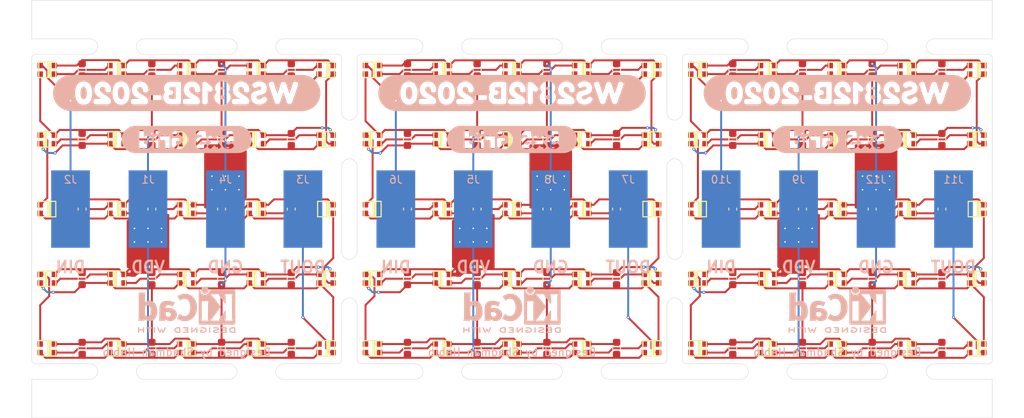
<source format=kicad_pcb>
(kicad_pcb (version 20211014) (generator pcbnew)
  (layers (0 "F.Cu" signal) (31 "B.Cu" signal) (34 "B.Paste" user) (35 "F.Paste" user) (36 "B.SilkS" user "B.Silkscreen") (37 "F.SilkS" user "F.Silkscreen") (38 "B.Mask" user) (39 "F.Mask" user) (44 "Edge.Cuts" user))
  (net 0 "")
  (net 1 "Net-(D1-Pad1)")
  (net 2 "GND")
  (net 3 "/DIN")
  (net 4 "VDD")
  (net 5 "Net-(D2-Pad1)")
  (net 6 "/DOUT_R1")
  (net 7 "Net-(D3-Pad1)")
  (net 8 "/DOUT_R2")
  (net 9 "Net-(D4-Pad1)")
  (net 10 "/DOUT_R3")
  (net 11 "Net-(D10-Pad3)")
  (net 12 "/DOUT_R4")
  (net 13 "Net-(D11-Pad3)")
  (net 14 "Net-(D12-Pad3)")
  (net 15 "Net-(D13-Pad3)")
  (net 16 "Net-(D14-Pad3)")
  (net 17 "Net-(D10-Pad1)")
  (net 18 "Net-(D11-Pad1)")
  (net 19 "Net-(D12-Pad1)")
  (net 20 "Net-(D13-Pad1)")
  (net 21 "Net-(D14-Pad1)")
  (net 22 "Net-(D15-Pad1)")
  (net 23 "Net-(D16-Pad1)")
  (net 24 "Net-(D17-Pad1)")
  (net 25 "Net-(D18-Pad1)")
  (net 26 "Net-(D19-Pad1)")
  (net 27 "Net-(D20-Pad1)")
  (net 28 "/DOUT")
  (footprint "WS2812B-2020:WS2812B-2020" (layer "F.Cu") (at 158 75)
    (fp_text reference "D33" hide)
    (fp_text value "WS2812B-2020")
  )
  (footprint "WS2812B-2020:WS2812B-2020" (layer "F.Cu") (at 167 75)
    (fp_text reference "D38" hide)
    (fp_text value "WS2812B-2020")
  )
  (footprint "Capacitor_SMD:C_0603_1608Metric" (layer "F.Cu") (at 111.5 75 90)
    (fp_text reference "C9" hide)
    (fp_text value "100n")
  )
  (footprint "WS2812B-2020:WS2812B-2020" (layer "F.Cu") (at 218 84 180)
    (fp_text reference "D59" hide)
    (fp_text value "WS2812B-2020")
  )
  (footprint "WS2812B-2020:WS2812B-2020" (layer "F.Cu") (at 200 66 180)
    (fp_text reference "D67" hide)
    (fp_text value "WS2812B-2020")
  )
  (footprint "Capacitor_SMD:C_0603_1608Metric" (layer "F.Cu") (at 171.5 84 -90)
    (fp_text reference "C35" hide)
    (fp_text value "100n")
  )
  (footprint "Capacitor_SMD:C_0603_1608Metric" (layer "F.Cu") (at 171.5 75 90)
    (fp_text reference "C31" hide)
    (fp_text value "100n")
  )
  (footprint "WS2812B-2020:WS2812B-2020" (layer "F.Cu") (at 176 75)
    (fp_text reference "D43" hide)
    (fp_text value "WS2812B-2020")
  )
  (footprint "Mouse_bite:mouse-bite-2mm-slot" (layer "F.Cu") (at 218 96 180)
    (fp_text reference "mouse-bite-2mm-slot" hide)
    (fp_text value "VAL**" hide)
    (fp_arc (start -3.5 -1) (mid -2.5 0) (end -3.5 1) (layer "Edge.Cuts") (width 0.05))
    (fp_arc (start 3.5 1) (mid 2.5 0) (end 3.5 -1) (layer "Edge.Cuts") (width 0.05))
  )
  (footprint "WS2812B-2020:WS2812B-2020" (layer "F.Cu") (at 191 57)
    (fp_text reference "D51" hide)
    (fp_text value "WS2812B-2020")
  )
  (footprint "WS2812B-2020:WS2812B-2020" (layer "F.Cu") (at 227 93)
    (fp_text reference "D75" hide)
    (fp_text value "WS2812B-2020")
  )
  (footprint "WS2812B-2020:WS2812B-2020" (layer "F.Cu") (at 185 93)
    (fp_text reference "D50" hide)
    (fp_text value "WS2812B-2020")
  )
  (footprint "WS2812B-2020:WS2812B-2020" (layer "F.Cu") (at 191 84 180)
    (fp_text reference "D74" hide)
    (fp_text value "WS2812B-2020")
  )
  (footprint "Mouse_bite:mouse-bite-2mm-slot" (layer "F.Cu") (at 188 84 90)
    (fp_text reference "mouse-bite-2mm-slot" hide)
    (fp_text value "VAL**" hide)
    (fp_arc (start 3.5 1) (mid 2.5 0) (end 3.5 -1) (layer "Edge.Cuts") (width 0.05))
    (fp_arc (start -3.5 -1) (mid -2.5 0) (end -3.5 1) (layer "Edge.Cuts") (width 0.05))
  )
  (footprint "WS2812B-2020:WS2812B-2020" (layer "F.Cu") (at 116 93)
    (fp_text reference "D10" hide)
    (fp_text value "WS2812B-2020")
  )
  (footprint "Capacitor_SMD:C_0603_1608Metric" (layer "F.Cu") (at 138.5 84 -90)
    (fp_text reference "C16" hide)
    (fp_text value "100n")
  )
  (footprint "WS2812B-2020:WS2812B-2020" (layer "F.Cu") (at 158 57)
    (fp_text reference "D31" hide)
    (fp_text value "WS2812B-2020")
  )
  (footprint "WS2812B-2020:WS2812B-2020" (layer "F.Cu") (at 176 93)
    (fp_text reference "D45" hide)
    (fp_text value "WS2812B-2020")
  )
  (footprint "WS2812B-2020:WS2812B-2020" (layer "F.Cu") (at 125 75)
    (fp_text reference "D13" hide)
    (fp_text value "WS2812B-2020")
  )
  (footprint "WS2812B-2020:WS2812B-2020" (layer "F.Cu") (at 143 66 180)
    (fp_text reference "D2" hide)
    (fp_text value "WS2812B-2020")
  )
  (footprint "WS2812B-2020:WS2812B-2020" (layer "F.Cu") (at 149 93)
    (fp_text reference "D30" hide)
    (fp_text value "WS2812B-2020")
  )
  (footprint "WS2812B-2020:WS2812B-2020" (layer "F.Cu") (at 125 93)
    (fp_text reference "D15" hide)
    (fp_text value "WS2812B-2020")
  )
  (footprint "Capacitor_SMD:C_0603_1608Metric" (layer "F.Cu") (at 111.5 66 -90)
    (fp_text reference "C5" hide)
    (fp_text value "100n")
  )
  (footprint "Mouse_bite:mouse-bite-2mm-slot" (layer "F.Cu") (at 158 54)
    (fp_text reference "mouse-bite-2mm-slot" hide)
    (fp_text value "VAL**" hide)
    (fp_arc (start 3.5 1) (mid 2.5 0) (end 3.5 -1) (layer "Edge.Cuts") (width 0.05))
    (fp_arc (start -3.5 -1) (mid -2.5 0) (end -3.5 1) (layer "Edge.Cuts") (width 0.05))
  )
  (footprint "Capacitor_SMD:C_0603_1608Metric" (layer "F.Cu") (at 213.5 66 -90)
    (fp_text reference "C47" hide)
    (fp_text value "100n")
  )
  (footprint "Capacitor_SMD:C_0603_1608Metric" (layer "F.Cu") (at 120.5 75 90)
    (fp_text reference "C10" hide)
    (fp_text value "100n")
  )
  (footprint "Capacitor_SMD:C_0603_1608Metric" (layer "F.Cu") (at 153.5 93 90)
    (fp_text reference "C37" hide)
    (fp_text value "100n")
  )
  (footprint "Capacitor_SMD:C_0603_1608Metric" (layer "F.Cu") (at 111.5 57 90)
    (fp_text reference "C1" hide)
    (fp_text value "100n")
  )
  (footprint "WS2812B-2020:WS2812B-2020" (layer "F.Cu") (at 134 75)
    (fp_text reference "D18" hide)
    (fp_text value "WS2812B-2020")
  )
  (footprint "Capacitor_SMD:C_0603_1608Metric" (layer "F.Cu") (at 195.5 93 90)
    (fp_text reference "C57" hide)
    (fp_text value "100n")
  )
  (footprint "Capacitor_SMD:C_0603_1608Metric" (layer "F.Cu") (at 162.5 84 -90)
    (fp_text reference "C34" hide)
    (fp_text value "100n")
  )
  (footprint "Capacitor_SMD:C_0603_1608Metric" (layer "F.Cu") (at 153.5 57 90)
    (fp_text reference "C21" hide)
    (fp_text value "100n")
  )
  (footprint "Capacitor_SMD:C_0603_1608Metric" (layer "F.Cu") (at 138.5 75 90)
    (fp_text reference "C12" hide)
    (fp_text value "100n")
  )
  (footprint "Mouse_bite:mouse-bite-2mm-slot" (layer "F.Cu") (at 116 96 180)
    (fp_text reference "mouse-bite-2mm-slot" hide)
    (fp_text value "VAL**" hide)
    (fp_arc (start 3.5 1) (mid 2.5 0) (end 3.5 -1) (layer "Edge.Cuts") (width 0.05))
    (fp_arc (start -3.5 -1) (mid -2.5 0) (end -3.5 1) (layer "Edge.Cuts") (width 0.05))
  )
  (footprint "WS2812B-2020:WS2812B-2020" (layer "F.Cu") (at 218 66 180)
    (fp_text reference "D57" hide)
    (fp_text value "WS2812B-2020")
  )
  (footprint "WS2812B-2020:WS2812B-2020" (layer "F.Cu") (at 227 66 180)
    (fp_text reference "D52" hide)
    (fp_text value "WS2812B-2020")
  )
  (footprint "WS2812B-2020:WS2812B-2020" (layer "F.Cu") (at 134 57)
    (fp_text reference "D16" hide)
    (fp_text value "WS2812B-2020")
  )
  (footprint "WS2812B-2020:WS2812B-2020" (layer "F.Cu") (at 185 75)
    (fp_text reference "D48" hide)
    (fp_text value "WS2812B-2020")
  )
  (footprint "Capacitor_SMD:C_0603_1608Metric" (layer "F.Cu") (at 120.5 84 -90)
    (fp_text reference "C14" hide)
    (fp_text value "100n")
  )
  (footprint "Capacitor_SMD:C_0603_1608Metric" (layer "F.Cu") (at 213.5 75 90)
    (fp_text reference "C51" hide)
    (fp_text value "100n")
  )
  (footprint "Capacitor_SMD:C_0603_1608Metric" (layer "F.Cu") (at 153.5 66 -90)
    (fp_text reference "C25" hide)
    (fp_text value "100n")
  )
  (footprint "Capacitor_SMD:C_0603_1608Metric" (layer "F.Cu") (at 153.5 75 90)
    (fp_text reference "C29" hide)
    (fp_text value "100n")
  )
  (footprint "WS2812B-2020:WS2812B-2020" (layer "F.Cu") (at 125 84 180)
    (fp_text reference "D14" hide)
    (fp_text value "WS2812B-2020")
  )
  (footprint "Capacitor_SMD:C_0603_1608Metric" (layer "F.Cu") (at 222.5 84 -90)
    (fp_text reference "C56" hide)
    (fp_text value "100n")
  )
  (footprint "WS2812B-2020:WS2812B-2020" (layer "F.Cu") (at 134 84 180)
    (fp_text reference "D9" hide)
    (fp_text value "WS2812B-2020")
  )
  (footprint "WS2812B-2020:WS2812B-2020" (layer "F.Cu") (at 149 75)
    (fp_text reference "D28" hide)
    (fp_text value "WS2812B-2020")
  )
  (footprint "WS2812B-2020:WS2812B-2020" (layer "F.Cu") (at 107 75)
    (fp_text reference "D3" hide)
    (fp_text value "WS2812B-2020")
  )
  (footprint "WS2812B-2020:WS2812B-2020" (layer "F.Cu") (at 167 66 180)
    (fp_text reference "D37" hide)
    (fp_text value "WS2812B-2020")
  )
  (footprint "Capacitor_SMD:C_0603_1608Metric" (layer "F.Cu") (at 222.5 66 -90)
    (fp_text reference "C48" hide)
    (fp_text value "100n")
  )
  (footprint "Mouse_bite:mouse-bite-2mm-slot" (layer "F.Cu") (at 200 54)
    (fp_text reference "mouse-bite-2mm-slot" hide)
    (fp_text value "VAL**" hide)
    (fp_arc (start 3.5 1) (mid 2.5 0) (end 3.5 -1) (layer "Edge.Cuts") (width 0.05))
    (fp_arc (start -3.5 -1) (mid -2.5 0) (end -3.5 1) (layer "Edge.Cuts") (width 0.05))
  )
  (footprint "WS2812B-2020:WS2812B-2020" (layer "F.Cu") (at 143 57)
    (fp_text reference "D21" hide)
    (fp_text value "WS2812B-2020")
  )
  (footprint "Capacitor_SMD:C_0603_1608Metric" (layer "F.Cu") (at 213.5 93 90)
    (fp_text reference "C59" hide)
    (fp_text value "100n")
  )
  (footprint "Capacitor_SMD:C_0603_1608Metric" (layer "F.Cu") (at 180.5 66 -90)
    (fp_text reference "C28" hide)
    (fp_text value "100n")
  )
  (footprint "Capacitor_SMD:C_0603_1608Metric" (layer "F.Cu") (at 129.5 57 90)
    (fp_text reference "C3" hide)
    (fp_text value "100n")
  )
  (footprint "Capacitor_SMD:C_0603_1608Metric" (layer "F.Cu") (at 171.5 93 90)
    (fp_text reference "C39" hide)
    (fp_text value "100n")
  )
  (footprint "Mouse_bite:mouse-bite-2mm-slot" (layer "F.Cu") (at 146 84 90)
    (fp_text reference "mouse-bite-2mm-slot" hide)
    (fp_text value "VAL**" hide)
    (fp_arc (start -3.5 -1) (mid -2.5 0) (end -3.5 1) (layer "Edge.Cuts") (width 0.05))
    (fp_arc (start 3.5 1) (mid 2.5 0) (end 3.5 -1) (layer "Edge.Cuts") (width 0.05))
  )
  (footprint "WS2812B-2020:WS2812B-2020" (layer "F.Cu") (at 191 93)
    (fp_text reference "D55" hide)
    (fp_text value "WS2812B-2020")
  )
  (footprint "WS2812B-2020:WS2812B-2020" (layer "F.Cu") (at 116 57)
    (fp_text reference "D6" hide)
    (fp_text value "WS2812B-2020")
  )
  (footprint "Capacitor_SMD:C_0603_1608Metric" (layer "F.Cu") (at 162.5 66 -90)
    (fp_text reference "C26" hide)
    (fp_text value "100n")
  )
  (footprint "Capacitor_SMD:C_0603_1608Metric" (layer "F.Cu") (at 213.5 57 90)
    (fp_text reference "C43" hide)
    (fp_text value "100n")
  )
  (footprint "WS2812B-2020:WS2812B-2020" (layer "F.Cu") (at 158 93)
    (fp_text reference "D35" hide)
    (fp_text value "WS2812B-2020")
  )
  (footprint "WS2812B-2020:WS2812B-2020" (layer "F.Cu") (at 227 84 180)
    (fp_text reference "D54" hide)
    (fp_text value "WS2812B-2020")
  )
  (footprint "WS2812B-2020:WS2812B-2020" (layer "F.Cu") (at 158 84 180)
    (fp_text reference "D44" hide)
    (fp_text value "WS2812B-2020")
  )
  (footprint "WS2812B-2020:WS2812B-2020" (layer "F.Cu") (at 185 66 180)
    (fp_text reference "D27" hide)
    (fp_text value "WS2812B-2020")
  )
  (footprint "Capacitor_SMD:C_0603_1608Metric" (layer "F.Cu") (at 180.5 84 -90)
    (fp_text reference "C36" hide)
    (fp_text value "100n")
  )
  (footprint "Mouse_bite:mouse-bite-2mm-slot" (layer "F.Cu") (at 116 54)
    (fp_text reference "mouse-bite-2mm-slot" hide)
    (fp_text value "VAL**" hide)
    (fp_arc (start -3.5 -1) (mid -2.5 0) (end -3.5 1) (layer "Edge.Cuts") (width 0.05))
    (fp_arc (start 3.5 1) (mid 2.5 0) (end 3.5 -1) (layer "Edge.Cuts") (width 0.05))
  )
  (footprint "Capacitor_SMD:C_0603_1608Metric" (layer "F.Cu") (at 171.5 66 -90)
    (fp_text reference "C27" hide)
    (fp_text value "100n")
  )
  (footprint "WS2812B-2020:WS2812B-2020" (layer "F.Cu") (at 125 66 180)
    (fp_text reference "D12" hide)
    (fp_text value "WS2812B-2020")
  )
  (footprint "Capacitor_SMD:C_0603_1608Metric" (layer "F.Cu") (at 180.5 75 90)
    (fp_text reference "C32" hide)
    (fp_text value "100n")
  )
  (footprint "Capacitor_SMD:C_0603_1608Metric" (layer "F.Cu") (at 129.5 84 -90)
    (fp_text reference "C15" hide)
    (fp_text value "100n")
  )
  (footprint "Mouse_bite:mouse-bite-2mm-slot" (layer "F.Cu") (at 134 54)
    (fp_text reference "mouse-bite-2mm-slot" hide)
    (fp_text value "VAL**" hide)
    (fp_arc (start -3.5 -1) (mid -2.5 0) (end -3.5 1) (layer "Edge.Cuts") (width 0.05))
    (fp_arc (start 3.5 1) (mid 2.5 0) (end 3.5 -1) (layer "Edge.Cuts") (width 0.05))
  )
  (footprint "Capacitor_SMD:C_0603_1608Metric" (layer "F.Cu") (at 138.5 66 -90)
    (fp_text reference "C8" hide)
    (fp_text value "100n")
  )
  (footprint "WS2812B-2020:WS2812B-2020" (layer "F.Cu") (at 167 93)
    (fp_text reference "D40" hide)
    (fp_text value "WS2812B-2020")
  )
  (footprint "Capacitor_SMD:C_0603_1608Metric" (layer "F.Cu") (at 204.5 93 90)
    (fp_text reference "C58" hide)
    (fp_text value "100n")
  )
  (footprint "WS2812B-2020:WS2812B-2020" (layer "F.Cu") (at 143 75)
    (fp_text reference "D23" hide)
    (fp_text value "WS2812B-2020")
  )
  (footprint "WS2812B-2020:WS2812B-2020" (layer "F.Cu") (at 200 75)
    (fp_text reference "D58" hide)
    (fp_text value "WS2812B-2020")
  )
  (footprint "WS2812B-2020:WS2812B-2020" (layer "F.Cu") (at 134 66 180)
    (fp_text reference "D7" hide)
    (fp_text value "WS2812B-2020")
  )
  (footprint "WS2812B-2020:WS2812B-2020" (layer "F.Cu") (at 176 57)
    (fp_text reference "D41" hide)
    (fp_text value "WS2812B-2020")
  )
  (footprint "WS2812B-2020:WS2812B-2020" (layer "F.Cu") (at 176 66 180)
    (fp_text reference "D32" hide)
    (fp_text value "WS2812B-2020")
  )
  (footprint "WS2812B-2020:WS2812B-2020" (layer "F.Cu") (at 167 84 180)
    (fp_text reference "D39" hide)
    (fp_text value "WS2812B-2020")
  )
  (footprint "WS2812B-2020:WS2812B-2020" (layer "F.Cu") (at 218 57)
    (fp_text reference "D66" hide)
    (fp_text value "WS2812B-2020")
  )
  (footprint "Mouse_bite:mouse-bite-2mm-slot" (layer "F.Cu") (at 158 96 180)
    (fp_text reference "mouse-bite-2mm-slot" hide)
    (fp_text value "VAL**" hide)
    (fp_arc (start 3.5 1) (mid 2.5 0) (end 3.5 -1) (layer "Edge.Cuts") (width 0.05))
    (fp_arc (start -3.5 -1) (mid -2.5 0) (end -3.5 1) (layer "Edge.Cuts") (width 0.05))
  )
  (footprint "Capacitor_SMD:C_0603_1608Metric" (layer "F.Cu") (at 120.5 57 90)
    (fp_text reference "C2" hide)
    (fp_text value "100n")
  )
  (footprint "WS2812B-2020:WS2812B-2020" (layer "F.Cu") (at 218 93)
    (fp_text reference "D70" hide)
    (fp_text value "WS2812B-2020")
  )
  (footprint "Capacitor_SMD:C_0603_1608Metric" (layer "F.Cu") (at 162.5 57 90)
    (fp_text reference "C22" hide)
    (fp_text value "100n")
  )
  (footprint "WS2812B-2020:WS2812B-2020" (layer "F.Cu") (at 116 66 180)
    (fp_text reference "D17" hide)
    (fp_text value "WS2812B-2020")
  )
  (footprint "WS2812B-2020:WS2812B-2020" (layer "F.Cu") (at 200 93)
    (fp_text reference "D60" hide)
    (fp_text value "WS2812B-2020")
  )
  (footprint "Capacitor_SMD:C_0603_1608Metric" (layer "F.Cu") (at 111.5 93 90)
    (fp_text reference "C17" hide)
    (fp_text value "100n")
  )
  (footprint "WS2812B-2020:WS2812B-2020" (layer "F.Cu") (at 107 84 180)
    (fp_text reference "D24" hide)
    (fp_text value "WS2812B-2020")
  )
  (footprint "WS2812B-2020:WS2812B-2020" (layer "F.Cu") (at 107 57)
    (fp_text reference "D1" hide)
    (fp_text value "WS2812B-2020")
  )
  (footprint "WS2812B-2020:WS2812B-2020" (layer "F.Cu") (at 185 84 180)
    (fp_text reference "D29" hide)
    (fp_text value "WS2812B-2020")
  )
  (footprint "Mouse_bite:mouse-bite-2mm-slot" (layer "F.Cu") (at 188 66 90)
    (fp_text reference "mouse-bite-2mm-slot" hide)
    (fp_text value "VAL**" hide)
    (fp_arc (start 3.5 1) (mid 2.5 0) (end 3.5 -1) (layer "Edge.Cuts") (width 0.05))
    (fp_arc (start -3.5 -1) (mid -2.5 0) (end -3.5 1) (layer "Edge.Cuts") (width 0.05))
  )
  (footprint "WS2812B-2020:WS2812B-2020" (layer "F.Cu") (at 149 84 180)
    (fp_text reference "D49" hide)
    (fp_text value "WS2812B-2020")
  )
  (footprint "Mouse_bite:mouse-bite-2mm-slot" (layer "F.Cu") (at 146 66 90)
    (fp_text reference "mouse-bite-2mm-slot" hide)
    (fp_text value "VAL**" hide)
    (fp_arc (start -3.5 -1) (mid -2.5 0) (end -3.5 1) (layer "Edge.Cuts") (width 0.05))
    (fp_arc (start 3.5 1) (mid 2.5 0) (end 3.5 -1) (layer "Edge.Cuts") (width 0.05))
  )
  (footprint "Capacitor_SMD:C_0603_1608Metric" (layer "F.Cu") (at 195.5 66 -90)
    (fp_text reference "C45" hide)
    (fp_text value "100n")
  )
  (footprint "WS2812B-2020:WS2812B-2020" (layer "F.Cu") (at 191 75)
    (fp_text reference "D53" hide)
    (fp_text value "WS2812B-2020")
  )
  (footprint "Capacitor_SMD:C_0603_1608Metric" (layer "F.Cu") (at 129.5 93 90)
    (fp_text reference "C19" hide)
    (fp_text value "100n")
  )
  (footprint "Capacitor_SMD:C_0603_1608Metric" (layer "F.Cu") (at 195.5 84 -90)
    (fp_text reference "C53" hide)
    (fp_text value "100n")
  )
  (footprint "Capacitor_SMD:C_0603_1608Metric" (layer "F.Cu") (at 138.5 57 90)
    (fp_text reference "C4" hide)
    (fp_text value "100n")
  )
  (footprint "Capacitor_SMD:C_0603_1608Metric" (layer "F.Cu") (at 171.5 57 90)
    (fp_text reference "C23" hide)
    (fp_text value "100n")
  )
  (footprint "Capacitor_SMD:C_0603_1608Metric" (layer "F.Cu") (at 222.5 93 90)
    (fp_text reference "C60" hide)
    (fp_text value "100n")
  )
  (footprint "WS2812B-2020:WS2812B-2020" (layer "F.Cu") (at 134 93)
    (fp_text reference "D20" hide)
    (fp_text value "WS2812B-2020")
  )
  (footprint "WS2812B-2020:WS2812B-2020" (layer "F.Cu") (at 149 57)
    (fp_text reference "D26" hide)
    (fp_text value "WS2812B-2020")
  )
  (footprint "Mouse_bite:mouse-bite-2mm-slot" (layer "F.Cu") (at 200 96 180)
    (fp_text reference "mouse-bite-2mm-slot" hide)
    (fp_text value "VAL**" hide)
    (fp_arc (start 3.5 1) (mid 2.5 0) (end 3.5 -1) (layer "Edge.Cuts") (width 0.05))
    (fp_arc (start -3.5 -1) (mid -2.5 0) (end -3.5 1) (layer "Edge.Cuts") (width 0.05))
  )
  (footprint "WS2812B-2020:WS2812B-2020" (layer "F.Cu") (at 200 57)
    (fp_text reference "D56" hide)
    (fp_text value "WS2812B-2020")
  )
  (footprint "Capacitor_SMD:C_0603_1608Metric" (layer "F.Cu") (at 204.5 84 -90)
    (fp_text reference "C54" hide)
    (fp_text value "100n")
  )
  (footprint "Capacitor_SMD:C_0603_1608Metric" (layer "F.Cu") (at 138.5 93 90)
    (fp_text reference "C20" hide)
    (fp_text value "100n")
  )
  (footprint "WS2812B-2020:WS2812B-2020" (layer "F.Cu") (at 200 84 180)
    (fp_text reference "D69" hide)
    (fp_text value "WS2812B-2020")
  )
  (footprint "Capacitor_SMD:C_0603_1608Metric" (layer "F.Cu") (at 180.5 57 90)
    (fp_text reference "C24" hide)
    (fp_text value "100n")
  )
  (footprint "Mouse_bite:mouse-bite-2mm-slot" (layer "F.Cu") (at 218 54)
    (fp_text reference "mouse-bite-2mm-slot" hide)
    (fp_text value "VAL**" hide)
    (fp_arc (start -3.5 -1) (mid -2.5 0) (end -3.5 1) (layer "Edge.Cuts") (width 0.05))
    (fp_arc (start 3.5 1) (mid 2.5 0) (end 3.5 -1) (layer "Edge.Cuts") (width 0.05))
  )
  (footprint "WS2812B-2020:WS2812B-2020" (layer "F.Cu") (at 209 57)
    (fp_text reference "D61" hide)
    (fp_text value "WS2812B-2020")
  )
  (footprint "Mouse_bite:mouse-bite-2mm-slot" (layer "F.Cu") (at 134 96 180)
    (fp_text reference "mouse-bite-2mm-slot" hide)
    (fp_text value "VAL**" hide)
    (fp_arc (start -3.5 -1) (mid -2.5 0) (end -3.5 1) (layer "Edge.Cuts") (width 0.05))
    (fp_arc (start 3.5 1) (mid 2.5 0) (end 3.5 -1) (layer "Edge.Cuts") (width 0.05))
  )
  (footprint "Capacitor_SMD:C_0603_1608Metric" (layer "F.Cu") (at 153.5 84 -90)
    (fp_text reference "C33" hide)
    (fp_text value "100n")
  )
  (footprint "Capacitor_SMD:C_0603_1608Metric" (layer "F.Cu") (at 204.5 66 -90)
    (fp_text reference "C46" hide)
    (fp_text value "100n")
  )
  (footprint "Capacitor_SMD:C_0603_1608Metric" (layer "F.Cu") (at 195.5 57 90)
    (fp_text reference "C41" hide)
    (fp_text value "100n")
  )
  (footprint "WS2812B-2020:WS2812B-2020" (layer "F.Cu") (at 209 66 180)
    (fp_text reference "D62" hide)
    (fp_text value "WS2812B-2020")
  )
  (footprint "Capacitor_SMD:C_0603_1608Metric" (layer "F.Cu") (at 222.5 75 90)
    (fp_text reference "C52" hide)
    (fp_text value "100n")
  )
  (footprint "WS2812B-2020:WS2812B-2020" (layer "F.Cu") (at 143 93)
    (fp_text reference "D25" hide)
    (fp_text value "WS2812B-2020")
  )
  (footprint "WS2812B-2020:WS2812B-2020" (layer "F.Cu") (at 209 75)
    (fp_text reference "D63" hide)
    (fp_text value "WS2812B-2020")
  )
  (footprint "Capacitor_SMD:C_0603_1608Metric" (layer "F.Cu") (at 162.5 93 90)
    (fp_text reference "C38" hide)
    (fp_text value "100n")
  )
  (footprint "WS2812B-2020:WS2812B-2020" (layer "F.Cu") (at 116 75)
    (fp_text reference "D8" hide)
    (fp_text value "WS2812B-2020")
  )
  (footprint "Capacitor_SMD:C_0603_1608Metric" (layer "F.Cu") (at 129.5 75 90)
    (fp_text reference "C11" hide)
    (fp_text value "100n")
  )
  (footprint "WS2812B-2020:WS2812B-2020" (layer "F.Cu") (at 107 93)
    (fp_text reference "D5" hide)
    (fp_text value "WS2812B-2020")
  )
  (footprint "Mouse_bite:mouse-bite-2mm-slot" (layer "F.Cu") (at 176 96 180)
    (fp_text reference "mouse-bite-2mm-slot" hide)
    (fp_text value "VAL**" hide)
    (fp_arc (start 3.5 1) (mid 2.5 0) (end 3.5 -1) (layer "Edge.Cuts") (width 0.05))
    (fp_arc (start -3.5 -1) (mid -2.5 0) (end -3.5 1) (layer "Edge.Cuts") (width 0.05))
  )
  (footprint "WS2812B-2020:WS2812B-2020" (layer "F.Cu") (at 209 84 180)
    (fp_text reference "D64" hide)
    (fp_text value "WS2812B-2020")
  )
  (footprint "WS2812B-2020:WS2812B-2020" (layer "F.Cu") (at 125 57)
    (fp_text reference "D11" hide)
    (fp_text value "WS2812B-2020")
  )
  (footprint "Capacitor_SMD:C_0603_1608Metric" (layer "F.Cu") (at 222.5 57 90)
    (fp_text reference "C44" hide)
    (fp_text value "100n")
  )
  (footprint "Capacitor_SMD:C_0603_1608Metric" (layer "F.Cu") (at 111.5 84 -90)
    (fp_text reference "C13" hide)
    (fp_text value "100n")
  )
  (footprint "Capacitor_SMD:C_0603_1608Metric" (layer "F.Cu") (at 204.5 57 90)
    (fp_text reference "C42" hide)
    (fp_text value "100n")
  )
  (footprint "Capacitor_SMD:C_0603_1608Metric" (layer "F.Cu") (at 129.5 66 -90)
    (fp_text reference "C7" hide)
    (fp_text value "100n")
  )
  (footprint "WS2812B-2020:WS2812B-2020" (layer "F.Cu") (at 116 84 180)
    (fp_text reference "D19" hide)
    (fp_text value "WS2812B-2020")
  )
  (footprint "WS2812B-2020:WS2812B-2020" (layer "F.Cu") (at 107 66 180)
    (fp_text reference "D22" hide)
    (fp_text value "WS2812B-2020")
  )
  (footprint "WS2812B-2020:WS2812B-2020" (layer "F.Cu") (at 227 75)
    (fp_text reference "D73" hide)
    (fp_text value "WS2812B-2020")
  )
  (footprint "Mouse_bite:mouse-bite-2mm-slot" (layer "F.Cu") (at 176 54)
    (fp_text reference "mouse-bite-2mm-slot" hide)
    (fp_text value "VAL**" hide)
    (fp_arc (start -3.5 -1) (mid -2.5 0) (end -3.5 1) (layer "Edge.Cuts") (width 0.05))
    (fp_arc (start 3.5 1) (mid 2.5 0) (end 3.5 -1) (layer "Edge.Cuts") (width 0.05))
  )
  (footprint "WS2812B-2020:WS2812B-2020" (layer "F.Cu") (at 185 57)
    (fp_text reference "D46" hide)
    (fp_text value "WS2812B-2020")
  )
  (footprint "Capacitor_SMD:C_0603_1608Metric" (layer "F.Cu") (at 162.5 75 90)
    (fp_text reference "C30" hide)
    (fp_text value "100n")
  )
  (footprint "WS2812B-2020:WS2812B-2020" (layer "F.Cu") (at 143 84 180)
    (fp_text reference "D4" hide)
    (fp_text value "WS2812B-2020")
  )
  (footprint "WS2812B-2020:WS2812B-2020" (layer "F.Cu") (at 218 75)
    (fp_text reference "D68" hide)
    (fp_text value "WS2812B-2020")
  )
  (footprint "Capacitor_SMD:C_0603_1608Metric" (layer "F.Cu") (at 120.5 66 -90)
    (fp_text reference "C6" hide)
    (fp_text value "100n")
  )
  (footprint "WS2812B-2020:WS2812B-2020" (layer "F.Cu") (at 167 57)
    (fp_text reference "D36" hide)
    (fp_text value "WS2812B-2020")
  )
  (footprint "WS2812B-2020:WS2812B-2020" (layer "F.Cu") (at 227 57)
    (fp_text reference "D71" hide)
    (fp_text value "WS2812B-2020")
  )
  (footprint "Capacitor_SMD:C_0603_1608Metric" (layer "F.Cu") (at 213.5 84 -90)
    (fp_text reference "C55" hide)
    (fp_text value "100n")
  )
  (footprint "Capacitor_SMD:C_0603_1608Metric" (layer "F.Cu") (at 195.5 75 90)
    (fp_text reference "C49" hide)
    (fp_text value "100n")
  )
  (footprint "Capacitor_SMD:C_0603_1608Metric" (layer "F.Cu") (at 120.5 93 90)
    (fp_text reference "C18" hide)
    (fp_text value "100n")
  )
  (footprint "WS2812B-2020:WS2812B-2020" (layer "F.Cu") (at 209 93)
    (fp_text reference "D65" hide)
    (fp_text value "WS2812B-2020")
  )
  (footprint "Capacitor_SMD:C_0603_1608Metric" (layer "F.Cu") (at 204.5 75 90)
    (fp_text reference "C50" hide)
    (fp_text value "100n")
  )
  (footprint "WS2812B-2020:WS2812B-2020" (layer "F.Cu") (at 176 84 180)
    (fp_text reference "D34" hide)
    (fp_text value "WS2812B-2020")
  )
  (footprint "WS2812B-2020:WS2812B-2020" (layer "F.Cu") (at 191 66 180)
    (fp_text reference "D72" hide)
    (fp_text value "WS2812B-2020")
  )
  (footprint "WS2812B-2020:WS2812B-2020" (layer "F.Cu") (at 149 66 180)
    (fp_text reference "D47" hide)
    (fp_text value "WS2812B-2020")
  )
  (footprint "Capacitor_SMD:C_0603_1608Metric" (layer "F.Cu") (at 180.5 93 90)
    (fp_text reference "C40" hide)
    (fp_text value "100n")
  )
  (footprint "WS2812B-2020:WS2812B-2020" (layer "F.Cu") (at 158 66 180)
    (fp_text reference "D42" hide)
    (fp_text value "WS2812B-2020")
  )
  (footprint "Symbol:KiCad-Logo2_5mm_SilkScreen" (layer "B.Cu") (at 167 88 180)
    (fp_text reference "REF**1" hide)
    (fp_text value "KiCad-Logo2_5mm_SilkScreen" hide)
  )
  (footprint "Symbol:KiCad-Logo2_5mm_SilkScreen" (layer "B.Cu") (at 209 88 180)
    (fp_text reference "REF**2" hide)
    (fp_text value "KiCad-Logo2_5mm_SilkScreen" hide)
  )
  (footprint "Connector_Wire:SolderWirePad_1x01_SMD_5x10mm" (layer "B.Cu") (at 172 75 180)
    (fp_text reference "J8")
    (fp_text value "Conn_01x01_Male")
  )
  (footprint "Connector_Wire:SolderWirePad_1x01_SMD_5x10mm" (layer "B.Cu") (at 194 75 180)
    (fp_text reference "J10")
    (fp_text value "Conn_01x01_Male")
  )
  (footprint "Connector_Wire:SolderWirePad_1x01_SMD_5x10mm" (layer "B.Cu") (at 162 75 180)
    (fp_text reference "J5")
    (fp_text value "Conn_01x01_Male")
  )
  (footprint "Connector_Wire:SolderWirePad_1x01_SMD_5x10mm" (layer "B.Cu") (at 182 75 180)
    (fp_text reference "J7")
    (fp_text value "Conn_01x01_Male")
  )
  (footprint "kibuzzard-6351D6F9" (layer "B.Cu") (at 125 66 180)
    (fp_text reference "kibuzzard-6351D6F9" hide)
    (fp_text value "G***" hide)
  )
  (footprint "Connector_Wire:SolderWirePad_1x01_SMD_5x10mm" (layer "B.Cu") (at 110 75 180)
    (fp_text reference "J2")
    (fp_text value "Conn_01x01_Male")
  )
  (footprint "kibuzzard-6351D6C0" (layer "B.Cu") (at 209 60 180)
    (fp_text reference "kibuzzard-6351D6C2" hide)
    (fp_text value "G***" hide)
  )
  (footprint "Connector_Wire:SolderWirePad_1x01_SMD_5x10mm" (layer "B.Cu") (at 140 75 180)
    (fp_text reference "J3")
    (fp_text value "Conn_01x01_Male")
  )
  (footprint "kibuzzard-6351D6C0" (layer "B.Cu") (at 125 60 180)
    (fp_text reference "kibuzzard-6351D6C0" hide)
    (fp_text value "G***" hide)
  )
  (footprint "Connector_Wire:SolderWirePad_1x01_SMD_5x10mm" (layer "B.Cu") (at 130 75 180)
    (fp_text reference "J4")
    (fp_text value "Conn_01x01_Male")
  )
  (footprint "Connector_Wire:SolderWirePad_1x01_SMD_5x10mm" (layer "B.Cu") (at 120 75 180)
    (fp_text reference "J1")
    (fp_text value "Conn_01x01_Male")
  )
  (footprint "Connector_Wire:SolderWirePad_1x01_SMD_5x10mm" (layer "B.Cu") (at 152 75 180)
    (fp_text reference "J6")
    (fp_text value "Conn_01x01_Male")
  )
  (footprint "kibuzzard-6351D6C0" (layer "B.Cu") (at 167 60 180)
    (fp_text reference "kibuzzard-6351D6C1" hide)
    (fp_text value "G***" hide)
  )
  (footprint "kibuzzard-6351D6F9" (layer "B.Cu") (at 209 66 180)
    (fp_text reference "kibuzzard-6351D6F2" hide)
    (fp_text value "G***" hide)
  )
  (footprint "Connector_Wire:SolderWirePad_1x01_SMD_5x10mm" (layer "B.Cu") (at 214 75 180)
    (fp_text reference "J12")
    (fp_text value "Conn_01x01_Male")
  )
  (footprint "Connector_Wire:SolderWirePad_1x01_SMD_5x10mm" (layer "B.Cu") (at 204 75 180)
    (fp_text reference "J9")
    (fp_text value "Conn_01x01_Male")
  )
  (footprint "Connector_Wire:SolderWirePad_1x01_SMD_5x10mm" (layer "B.Cu") (at 224 75 180)
    (fp_text reference "J11")
    (fp_text value "Conn_01x01_Male")
  )
  (footprint "kibuzzard-6351D6F9" (layer "B.Cu") (at 167 66 180)
    (fp_text reference "kibuzzard-6351D6F1" hide)
    (fp_text value "G***" hide)
  )
  (footprint "Symbol:KiCad-Logo2_5mm_SilkScreen" (layer "B.Cu") (at 125 88 180)
    (fp_text reference "REF**" hide)
    (fp_text value "KiCad-Logo2_5mm_SilkScreen" hide)
  )
  (gr_line (start 137.5 97) (end 154.5 97) (layer "Edge.Cuts") (width 0.05))
  (gr_line (start 105 102) (end 105 97) (layer "Edge.Cuts") (width 0.05))
  (gr_line (start 161.5 95) (end 172.5 95) (layer "Edge.Cuts") (width 0.05))
  (gr_line (start 189.5 95) (end 196.5 95) (layer "Edge.Cuts") (width 0.05))
  (gr_line (start 196.5 53) (end 179.5 53) (layer "Edge.Cuts") (width 0.05))
  (gr_line (start 189 69.5) (end 189 80.5) (layer "Edge.Cuts") (width 0.05))
  (gr_line (start 145 87.5) (end 145 94.5) (layer "Edge.Cuts") (width 0.05))
  (gr_line (start 105 53) (end 105 48) (layer "Edge.Cuts") (width 0.05))
  (gr_line (start 187 80.5) (end 187 69.5) (layer "Edge.Cuts") (width 0.05))
  (gr_line (start 112.5 53) (end 105 53) (layer "Edge.Cuts") (width 0.05))
  (gr_arc (start 187 94.5) (mid 186.853553 94.853553) (end 186.5 95) (layer "Edge.Cuts") (width 0.05))
  (gr_line (start 130.5 55) (end 119.5 55) (layer "Edge.Cuts") (width 0.05))
  (gr_arc (start 189 55.5) (mid 189.146447 55.146447) (end 189.5 55) (layer "Edge.Cuts") (width 0.05))
  (gr_arc (start 105.5 95) (mid 105.146447 94.853553) (end 105 94.5) (layer "Edge.Cuts") (width 0.05))
  (gr_line (start 214.5 55) (end 203.5 55) (layer "Edge.Cuts") (width 0.05))
  (gr_line (start 147 62.5) (end 147 55.5) (layer "Edge.Cuts") (width 0.05))
  (gr_line (start 229 94.5) (end 229 55.5) (layer "Edge.Cuts") (width 0.05))
  (gr_line (start 179.5 97) (end 196.5 97) (layer "Edge.Cuts") (width 0.05))
  (gr_line (start 203.5 97) (end 214.5 97) (layer "Edge.Cuts") (width 0.05))
  (gr_line (start 161.5 97) (end 172.5 97) (layer "Edge.Cuts") (width 0.05))
  (gr_arc (start 228.5 55) (mid 228.853553 55.146447) (end 229 55.5) (layer "Edge.Cuts") (width 0.05))
  (gr_line (start 186.5 55) (end 179.5 55) (layer "Edge.Cuts") (width 0.05))
  (gr_line (start 221.5 95) (end 228.5 95) (layer "Edge.Cuts") (width 0.05))
  (gr_line (start 147 80.5) (end 147 69.5) (layer "Edge.Cuts") (width 0.05))
  (gr_arc (start 145 94.5) (mid 144.853553 94.853553) (end 144.5 95) (layer "Edge.Cuts") (width 0.05))
  (gr_line (start 105.5 95) (end 112.5 95) (layer "Edge.Cuts") (width 0.05))
  (gr_line (start 228.5 55) (end 221.5 55) (layer "Edge.Cuts") (width 0.05))
  (gr_line (start 144.5 55) (end 137.5 55) (layer "Edge.Cuts") (width 0.05))
  (gr_line (start 154.5 55) (end 147.5 55) (layer "Edge.Cuts") (width 0.05))
  (gr_line (start 145 62.5) (end 145 55.5) (layer "Edge.Cuts") (width 0.05))
  (gr_line (start 147 87.5) (end 147 94.5) (layer "Edge.Cuts") (width 0.05))
  (gr_line (start 154.5 53) (end 137.5 53) (layer "Edge.Cuts") (width 0.05))
  (gr_line (start 172.5 53) (end 161.5 53) (layer "Edge.Cuts") (width 0.05))
  (gr_line (start 172.5 55) (end 161.5 55) (layer "Edge.Cuts") (width 0.05))
  (gr_line (start 229 97) (end 229 102) (layer "Edge.Cuts") (width 0.05))
  (gr_arc (start 186.5 55) (mid 186.853553 55.146447) (end 187 55.5) (layer "Edge.Cuts") (width 0.05))
  (gr_line (start 187 87.5) (end 187 94.5) (layer "Edge.Cuts") (width 0.05))
  (gr_line (start 229 53) (end 221.5 53) (layer "Edge.Cuts") (width 0.05))
  (gr_line (start 145 69.5) (end 145 80.5) (layer "Edge.Cuts") (width 0.05))
  (gr_line (start 105 97) (end 112.5 97) (layer "Edge.Cuts") (width 0.05))
  (gr_line (start 119.5 95) (end 130.5 95) (layer "Edge.Cuts") (width 0.05))
  (gr_line (start 203.5 95) (end 214.5 95) (layer "Edge.Cuts") (width 0.05))
  (gr_line (start 119.5 97) (end 130.5 97) (layer "Edge.Cuts") (width 0.05))
  (gr_arc (start 147.5 95) (mid 147.146447 94.853553) (end 147 94.5) (layer "Edge.Cuts") (width 0.05))
  (gr_line (start 189 94.5) (end 189 87.5) (layer "Edge.Cuts") (width 0.05))
  (gr_line (start 196.5 55) (end 189.5 55) (layer "Edge.Cuts") (width 0.05))
  (gr_line (start 229 48) (end 229 53) (layer "Edge.Cuts") (width 0.05))
  (gr_line (start 187 62.5) (end 187 55.5) (layer "Edge.Cuts") (width 0.05))
  (gr_line (start 221.5 97) (end 229 97) (layer "Edge.Cuts") (width 0.05))
  (gr_arc (start 229 94.5) (mid 228.853553 94.853553) (end 228.5 95) (layer "Edge.Cuts") (width 0.05))
  (gr_line (start 112.5 55) (end 105.5 55) (layer "Edge.Cuts") (width 0.05))
  (gr_arc (start 105 55.5) (mid 105.146447 55.146447) (end 105.5 55) (layer "Edge.Cuts") (width 0.05))
  (gr_line (start 214.5 53) (end 203.5 53) (layer "Edge.Cuts") (width 0.05))
  (gr_line (start 105 48) (end 229 48) (layer "Edge.Cuts") (width 0.05))
  (gr_line (start 137.5 95) (end 144.5 95) (layer "Edge.Cuts") (width 0.05))
  (gr_arc (start 147 55.5) (mid 147.146447 55.146447) (end 147.5 55) (layer "Edge.Cuts") (width 0.05))
  (gr_line (start 147.5 95) (end 154.5 95) (layer "Edge.Cuts") (width 0.05))
  (gr_line (start 105 55.5) (end 105 94.5) (layer "Edge.Cuts") (width 0.05))
  (gr_line (start 179.5 95) (end 186.5 95) (layer "Edge.Cuts") (width 0.05))
  (gr_arc (start 189.5 95) (mid 189.146447 94.853553) (end 189 94.5) (layer "Edge.Cuts") (width 0.05))
  (gr_arc (start 144.5 55) (mid 144.853553 55.146447) (end 145 55.5) (layer "Edge.Cuts") (width 0.05))
  (gr_line (start 229 102) (end 105 102) (layer "Edge.Cuts") (width 0.05))
  (gr_line (start 189 62.5) (end 189 55.5) (layer "Edge.Cuts") (width 0.05))
  (gr_line (start 130.5 53) (end 119.5 53) (layer "Edge.Cuts") (width 0.05))
  (gr_text "DIN" (at 110 82.5) (layer "B.SilkS") (effects (font (size 1.5 1.5) (thickness 0.3)) (justify mirror)))
  (gr_text "VDD" (at 204 82.5) (layer "B.SilkS") (effects (font (size 1.5 1.5) (thickness 0.3)) (justify mirror)))
  (gr_text "GND" (at 172 82.5) (layer "B.SilkS") (effects (font (size 1.5 1.5) (thickness 0.3)) (justify mirror)))
  (gr_text "DIN" (at 194 82.5) (layer "B.SilkS") (effects (font (size 1.5 1.5) (thickness 0.3)) (justify mirror)))
  (gr_text "DOUT" (at 182 82.5) (layer "B.SilkS") (effects (font (size 1.5 1.5) (thickness 0.3)) (justify mirror)))
  (gr_text "DOUT" (at 140 82.5) (layer "B.SilkS") (effects (font (size 1.5 1.5) (thickness 0.3)) (justify mirror)))
  (gr_text "VDD" (at 120 82.5) (layer "B.SilkS") (effects (font (size 1.5 1.5) (thickness 0.3)) (justify mirror)))
  (gr_text "Designed by Shadman Habib" (at 167 93.5) (layer "B.SilkS") (effects (font (size 1 1) (thickness 0.153)) (justify mirror)))
  (gr_text "DOUT" (at 224 82.5) (layer "B.SilkS") (effects (font (size 1.5 1.5) (thickness 0.3)) (justify mirror)))
  (gr_text "GND" (at 130 82.5) (layer "B.SilkS") (effects (font (size 1.5 1.5) (thickness 0.3)) (justify mirror)))
  (gr_text "VDD" (at 162 82.5) (layer "B.SilkS") (effects (font (size 1.5 1.5) (thickness 0.3)) (justify mirror)))
  (gr_text "Designed by Shadman Habib" (at 125 93.5) (layer "B.SilkS") (effects (font (size 1 1) (thickness 0.153)) (justify mirror)))
  (gr_text "Designed by Shadman Habib" (at 209 93.5) (layer "B.SilkS") (effects (font (size 1 1) (thickness 0.153)) (justify mirror)))
  (gr_text "DIN" (at 152 82.5) (layer "B.SilkS") (effects (font (size 1.5 1.5) (thickness 0.3)) (justify mirror)))
  (gr_text "GND" (at 214 82.5) (layer "B.SilkS") (effects (font (size 1.5 1.5) (thickness 0.3)) (justify mirror)))
  (segment (start 194.472862 57.55) (end 195.022382 57.00048) (width 0.25) (layer "F.Cu") (net 1))
  (segment (start 111.022382 57.00048) (end 114.40952 57.00048) (width 0.25) (layer "F.Cu") (net 1))
  (segment (start 153.022382 57.00048) (end 156.40952 57.00048) (width 0.25) (layer "F.Cu") (net 1))
  (segment (start 198.40952 57.00048) (end 198.96 56.45) (width 0.25) (layer "F.Cu") (net 1))
  (segment (start 107.915 57.55) (end 110.472862 57.55) (width 0.25) (layer "F.Cu") (net 1))
  (segment (start 156.96 56.45) (end 157.085 56.45) (width 0.25) (layer "F.Cu") (net 1))
  (segment (start 114.40952 57.00048) (end 114.96 56.45) (width 0.25) (layer "F.Cu") (net 1))
  (segment (start 198.96 56.45) (end 199.085 56.45) (width 0.25) (layer "F.Cu") (net 1))
  (segment (start 195.022382 57.00048) (end 198.40952 57.00048) (width 0.25) (layer "F.Cu") (net 1))
  (segment (start 156.40952 57.00048) (end 156.96 56.45) (width 0.25) (layer "F.Cu") (net 1))
  (segment (start 191.915 57.55) (end 194.472862 57.55) (width 0.25) (layer "F.Cu") (net 1))
  (segment (start 110.472862 57.55) (end 111.022382 57.00048) (width 0.25) (layer "F.Cu") (net 1))
  (segment (start 152.472862 57.55) (end 153.022382 57.00048) (width 0.25) (layer "F.Cu") (net 1))
  (segment (start 114.96 56.45) (end 115.085 56.45) (width 0.25) (layer "F.Cu") (net 1))
  (segment (start 149.915 57.55) (end 152.472862 57.55) (width 0.25) (layer "F.Cu") (net 1))
  (segment (start 175.785 85.25) (end 183.75 85.25) (width 0.25) (layer "F.Cu") (net 2))
  (segment (start 106.4755 66.9405) (end 106.085 66.55) (width 0.25) (layer "F.Cu") (net 2))
  (segment (start 110.8 56.45) (end 107.915 56.45) (width 0.25) (layer "F.Cu") (net 2))
  (segment (start 116.915 74.45) (end 116.215 73.75) (width 0.25) (layer "F.Cu") (net 2))
  (segment (start 166.55 84.55) (end 167.25 85.25) (width 0.25) (layer "F.Cu") (net 2))
  (segment (start 129.5 92.225) (end 129.5 84.775) (width 0.25) (layer "F.Cu") (net 2))
  (segment (start 166.085 66.55) (end 166.785 67.25) (width 0.25) (layer "F.Cu") (net 2))
  (segment (start 171.5 92.225) (end 171.5 84.775) (width 0.25) (layer "F.Cu") (net 2))
  (segment (start 157.085 84.55) (end 153.725 84.55) (width 0.25) (layer "F.Cu") (net 2))
  (segment (start 129.5 92.225) (end 132.025 92.225) (width 0.25) (layer "F.Cu") (net 2))
  (segment (start 111.5 55.75) (end 110.8 56.45) (width 0.25) (layer "F.Cu") (net 2))
  (segment (start 176.915 74.45) (end 176.215 73.75) (width 0.25) (layer "F.Cu") (net 2))
  (segment (start 209.915 92.45) (end 213.275 92.45) (width 0.25) (layer "F.Cu") (net 2))
  (segment (start 115.085 66.55) (end 111.725 66.55) (width 0.25) (layer "F.Cu") (net 2))
  (segment (start 225.75 85.25) (end 226.085 84.915) (width 0.25) (layer "F.Cu") (net 2))
  (segment (start 123.5 91.75) (end 125.215 91.75) (width 0.25) (layer "F.Cu") (net 2))
  (segment (start 114.45 91.75) (end 116.215 91.75) (width 0.25) (layer "F.Cu") (net 2))
  (segment (start 218.215 91.75) (end 218.915 92.45) (width 0.25) (layer "F.Cu") (net 2))
  (segment (start 165.385 85.25) (end 166.085 84.55) (width 0.25) (layer "F.Cu") (net 2))
  (segment (start 204.5 92.225) (end 204.5 84.775) (width 0.25) (layer "F.Cu") (net 2))
  (segment (start 167.240489 55.775489) (end 159.589511 55.775489) (width 0.25) (layer "F.Cu") (net 2))
  (segment (start 132.025 92.225) (end 132.5 91.75) (width 0.25) (layer "F.Cu") (net 2))
  (segment (start 190.4755 67.25) (end 190.4755 66.9405) (width 0.25) (layer "F.Cu") (net 2))
  (segment (start 132.385 85.25) (end 133.085 84.55) (width 0.25) (layer "F.Cu") (net 2))
  (segment (start 195.725 66.55) (end 195.5 66.775) (width 0.25) (layer "F.Cu") (net 2))
  (segment (start 177.589511 55.775489) (end 176.915 56.45) (width 0.25) (layer "F.Cu") (net 2))
  (segment (start 217.085 66.55) (end 217.55 66.55) (width 0.25) (layer "F.Cu") (net 2))
  (segment (start 209.915 74.45) (end 209.45 74.45) (width 0.25) (layer "F.Cu") (net 2))
  (segment (start 152.525 85.75) (end 149.764989 85.75) (width 0.25) (layer "F.Cu") (net 2))
  (segment (start 190.085 84.55) (end 190.085 84.835) (width 0.25) (layer "F.Cu") (net 2))
  (segment (start 209.25 85.25) (end 216.385 85.25) (width 0.25) (layer "F.Cu") (net 2))
  (segment (start 116.215 55.75) (end 111.5 55.75) (width 0.25) (layer "F.Cu") (net 2))
  (segment (start 217.785 85.25) (end 225.75 85.25) (width 0.25) (layer "F.Cu") (net 2))
  (segment (start 134.25 67.25) (end 141.385 67.25) (width 0.25) (layer "F.Cu") (net 2))
  (segment (start 184.085 84.915) (end 184.085 84.55) (width 0.25) (layer "F.Cu") (net 2))
  (segment (start 173.75 67.25) (end 174.45 66.55) (width 0.25) (layer "F.Cu") (net 2))
  (segment (start 134.915 92.45) (end 138.275 92.45) (width 0.25) (layer "F.Cu") (net 2))
  (segment (start 108.975 66.775) (end 108 67.75) (width 0.25) (layer "F.Cu") (net 2))
  (segment (start 200.215 73.75) (end 194.25 73.75) (width 0.25) (layer "F.Cu") (net 2))
  (segment (start 174.5 91.75) (end 176.215 91.75) (width 0.25) (layer "F.Cu") (net 2))
  (segment (start 167.25 85.25) (end 174.385 85.25) (width 0.25) (layer "F.Cu") (net 2))
  (segment (start 195.5 66.775) (end 192.975 66.775) (width 0.25) (layer "F.Cu") (net 2))
  (segment (start 167.915 56.45) (end 167.240489 55.775489) (width 0.25) (layer "F.Cu") (net 2))
  (segment (start 111.5 92.225) (end 113.975 92.225) (width 0.25) (layer "F.Cu") (net 2))
  (segment (start 219.589511 55.775489) (end 218.915 56.45) (width 0.25) (layer "F.Cu") (net 2))
  (segment (start 135.55 74.45) (end 134.915 74.45) (width 0.25) (layer "F.Cu") (net 2))
  (segment (start 199.785 85.25) (end 207.385 85.25) (width 0.25) (layer "F.Cu") (net 2))
  (segment (start 106.085 84.835) (end 106.5 85.25) (width 0.25) (layer "F.Cu") (net 2))
  (segment (start 123.385 67.25) (end 124.085 66.55) (width 0.25) (layer "F.Cu") (net 2))
  (segment (start 143.240489 55.775489) (end 135.589511 55.775489) (width 0.25) (layer "F.Cu") (net 2))
  (segment (start 218.915 74.45) (end 218.215 73.75) (width 0.25) (layer "F.Cu") (net 2))
  (segment (start 156.45 91.75) (end 158.215 91.75) (width 0.25) (layer "F.Cu") (net 2))
  (segment (start 110.525 85.75) (end 107.764989 85.75) (width 0.25) (layer "F.Cu") (net 2))
  (segment (start 191.915 92.45) (end 195.275 92.45) (width 0.25) (layer "F.Cu") (net 2))
  (segment (start 143.915 86.38) (end 142.085 84.55) (width 0.25) (layer "F.Cu") (net 2))
  (segment (start 116.915 92.45) (end 122.8 92.45) (width 0.25) (layer "F.Cu") (net 2))
  (segment (start 190.4755 66.9405) (end 190.085 66.55) (width 0.25) (layer "F.Cu") (net 2))
  (segment (start 185.915 74.45) (end 185.215 73.75) (width 0.25) (layer "F.Cu") (net 2))
  (segment (start 200.915 92.45) (end 206.8 92.45) (width 0.25) (layer "F.Cu") (net 2))
  (segment (start 175.085 84.55) (end 175.785 85.25) (width 0.25) (layer "F.Cu") (net 2))
  (segment (start 134.215 73.75) (end 131.5 73.75) (width 0.25) (layer "F.Cu") (net 2))
  (segment (start 149.915 92.45) (end 153.275 92.45) (width 0.25) (layer "F.Cu") (net 2))
  (segment (start 216.45 66.55) (end 217.085 66.55) (width 0.25) (layer "F.Cu") (net 2))
  (segment (start 200.915 74.45) (end 200.215 73.75) (width 0.25) (layer "F.Cu") (net 2))
  (segment (start 116.215 73.75) (end 110.25 73.75) (width 0.25) (layer "F.Cu") (net 2))
  (segment (start 227.240489 55.775489) (end 219.589511 55.775489) (width 0.25) (layer "F.Cu") (net 2))
  (segment (start 166.085 84.55) (end 166.55 84.55) (width 0.25) (layer "F.Cu") (net 2))
  (segment (start 168.589511 55.775489) (end 167.915 56.45) (width 0.25) (layer "F.Cu") (net 2))
  (segment (start 199.085 66.55) (end 199.785 67.25) (width 0.25) (layer "F.Cu") (net 2))
  (segment (start 174.025 92.225) (end 174.5 91.75) (width 0.25) (layer "F.Cu") (net 2))
  (segment (start 199.785 67.25) (end 207.385 67.25) (width 0.25) (layer "F.Cu") (net 2))
  (segment (start 199.085 66.55) (end 195.725 66.55) (width 0.25) (layer "F.Cu") (net 2))
  (segment (start 201.589511 55.775489) (end 200.915 56.45) (width 0.25) (layer "F.Cu") (net 2))
  (segment (start 124.085 84.55) (end 124.55 84.55) (width 0.25) (layer "F.Cu") (net 2))
  (segment (start 176.25 67.25) (end 183.385 67.25) (width 0.25) (layer "F.Cu") (net 2))
  (segment (start 159.589511 55.775489) (end 158.915 56.45) (width 0.25) (layer "F.Cu") (net 2))
  (segment (start 115.085 66.55) (end 115.785 67.25) (width 0.25) (layer "F.Cu") (net 2))
  (segment (start 227.215 73.75) (end 220.25 73.75) (width 0.25) (layer "F.Cu") (net 2))
  (segment (start 218.240489 55.775489) (end 210.589511 55.775489) (width 0.25) (layer "F.Cu") (net 2))
  (segment (start 116.215 91.75) (end 116.915 92.45) (width 0.25) (layer "F.Cu") (net 2))
  (segment (start 107.915 92.45) (end 111.275 92.45) (width 0.25) (layer "F.Cu") (net 2))
  (segment (start 226.085 84.915) (end 226.085 84.55) (width 0.25) (layer "F.Cu") (net 2))
  (segment (start 153.5 92.225) (end 155.975 92.225) (width 0.25) (layer "F.Cu") (net 2))
  (segment (start 173.5 73.75) (end 172.8 74.45) (width 0.25) (layer "F.Cu") (net 2))
  (segment (start 195.5 92.225) (end 197.975 92.225) (width 0.25) (layer "F.Cu") (net 2))
  (segment (start 217.55 66.55) (end 218.25 67.25) (width 0.25) (layer "F.Cu") (net 2))
  (segment (start 134.215 91.75) (end 134.915 92.45) (width 0.25) (layer "F.Cu") (net 2))
  (segment (start 116.915 56.45) (end 116.215 55.75) (width 0.25) (layer "F.Cu") (net 2))
  (segment (start 214.8 74.45) (end 209.915 74.45) (width 0.25) (layer "F.Cu") (net 2))
  (segment (start 143.215 73.75) (end 136.25 73.75) (width 0.25) (layer "F.Cu") (net 2))
  (segment (start 148.4755 66.9405) (end 148.085 66.55) (width 0.25) (layer "F.Cu") (net 2))
  (segment (start 153.275 92.45) (end 153.5 92.225) (width 0.25) (layer "F.Cu") (net 2))
  (segment (start 195.5 84.775) (end 194.525 85.75) (width 0.25) (layer "F.Cu") (net 2))
  (segment (start 177.55 74.45) (end 176.915 74.45) (width 0.25) (layer "F.Cu") (net 2))
  (segment (start 185.915 56.45) (end 185.240489 55.775489) (width 0.25) (layer "F.Cu") (net 2))
  (segment (start 159.615 73.75) (end 158.915 74.45) (width 0.25) (layer "F.Cu") (net 2))
  (segment (start 195.5 55.75) (end 194.8 56.45) (width 0.25) (layer "F.Cu") (net 2))
  (segment (start 151.55 74.45) (end 149.915 74.45) (width 0.25) (layer "F.Cu") (net 2))
  (segment (start 198.45 91.75) (end 200.215 91.75) (width 0.25) (layer "F.Cu") (net 2))
  (segment (start 130.8 74.45) (end 125.915 74.45) (width 0.25) (layer "F.Cu") (net 2))
  (segment (start 201.615 73.75) (end 200.915 74.45) (width 0.25) (layer "F.Cu") (net 2))
  (segment (start 120.5 92.225) (end 120.5 84.775) (width 0.25) (layer "F.Cu") (net 2))
  (segment (start 124.085 66.55) (end 124.785 67.25) (width 0.25) (layer "F.Cu") (net 2))
  (segment (start 153.5 55.75) (end 152.8 56.45) (width 0.25) (layer "F.Cu") (net 2))
  (segment (start 113.975 92.225) (end 114.45 91.75) (width 0.25) (layer "F.Cu") (net 2))
  (segment (start 209.215 91.75) (end 209.915 92.45) (width 0.25) (layer "F.Cu") (net 2))
  (segment (start 143.915 92.45) (end 143.915 86.38) (width 0.25) (layer "F.Cu") (net 2))
  (segment (start 122.8 92.45) (end 123.5 91.75) (width 0.25) (layer "F.Cu") (net 2))
  (segment (start 134.915 74.45) (end 134.215 73.75) (width 0.25) (layer "F.Cu") (net 2))
  (segment (start 215.5 73.75) (end 214.8 74.45) (width 0.25) (layer "F.Cu") (net 2))
  (segment (start 174.45 66.55) (end 175.085 66.55) (width 0.25) (layer "F.Cu") (net 2))
  (segment (start 164.8 92.45) (end 165.5 91.75) (width 0.25) (layer "F.Cu") (net 2))
  (segment (start 158.915 74.45) (end 158.215 73.75) (width 0.25) (layer "F.Cu") (net 2))
  (segment (start 158.215 91.75) (end 158.915 92.45) (width 0.25) (layer "F.Cu") (net 2))
  (segment (start 109.55 74.45) (end 107.915 74.45) (width 0.25) (layer "F.Cu") (net 2))
  (segment (start 171.5 92.225) (end 174.025 92.225) (width 0.25) (layer "F.Cu") (net 2))
  (segment (start 166.75 73.75) (end 159.615 73.75) (width 0.25) (layer "F.Cu") (net 2))
  (segment (start 174.385 85.25) (end 175.085 84.55) (width 0.25) (layer "F.Cu") (net 2))
  (segment (start 192.975 66.775) (end 192 67.75) (width 0.25) (layer "F.Cu") (net 2))
  (segment (start 216.025 92.225) (end 216.5 91.75) (width 0.25) (layer "F.Cu") (net 2))
  (segment (start 133.55 66.55) (end 134.25 67.25) (width 0.25) (layer "F.Cu") (net 2))
  (segment (start 183.75 85.25) (end 184.085 84.915) (width 0.25) (layer "F.Cu") (net 2))
  (segment (start 167.45 74.45) (end 166.75 73.75) (width 0.25) (layer "F.Cu") (net 2))
  (segment (start 209.45 74.45) (end 208.75 73.75) (width 0.25) (layer "F.Cu") (net 2))
  (segment (start 219.55 74.45) (end 218.915 74.45) (width 0.25) (layer "F.Cu") (net 2))
  (segment (start 185.915 92.45) (end 185.915 86.38) (width 0.25) (layer "F.Cu") (net 2))
  (segment (start 124.75 73.75) (end 117.615 73.75) (width 0.25) (layer "F.Cu") (net 2))
  (segment (start 208.085 66.55) (end 208.785 67.25) (width 0.25) (layer "F.Cu") (net 2))
  (segment (start 158.915 92.45) (end 164.8 92.45) (width 0.25) (layer "F.Cu") (net 2))
  (segment (start 199.085 84.55) (end 195.725 84.55) (width 0.25) (layer "F.Cu") (net 2))
  (segment (start 110.25 73.75) (end 109.55 74.45) (width 0.25) (layer "F.Cu") (net 2))
  (segment (start 166.785 67.25) (end 173.75 67.25) (width 0.25) (layer "F.Cu") (net 2))
  (segment (start 148.4755 67.25) (end 148.4755 66.9405) (width 0.25) (layer "F.Cu") (net 2))
  (segment (start 218.25 67.25) (end 225.385 67.25) (width 0.25) (layer "F.Cu") (net 2))
  (segment (start 195.725 84.55) (end 195.5 84.775) (width 0.25) (layer "F.Cu") (net 2))
  (segment (start 124.785 67.25) (end 131.75 67.25) (width 0.25) (layer "F.Cu") (net 2))
  (segment (start 131.5 73.75) (end 130.8 74.45) (width 0.25) (layer "F.Cu") (net 2))
  (segment (start 111.725 84.55) (end 111.5 84.775) (width 0.25) (layer "F.Cu") (net 2))
  (segment (start 178.25 73.75) (end 177.55 74.45) (width 0.25) (layer "F.Cu") (net 2))
  (segment (start 175.55 66.55) (end 176.25 67.25) (width 0.25) (layer "F.Cu") (net 2))
  (segment (start 143.915 56.45) (end 143.240489 55.775489) (width 0.25) (layer "F.Cu") (net 2))
  (segment (start 157.085 84.55) (end 157.785 85.25) (width 0.25) (layer "F.Cu") (net 2))
  (segment (start 158.215 73.75) (end 152.25 73.75) (width 0.25) (layer "F.Cu") (net 2))
  (segment (start 157.085 66.55) (end 153.725 66.55) (width 0.25) (layer "F.Cu") (net 2))
  (segment (start 126.589511 55.775489) (end 125.915 56.45) (width 0.25) (layer "F.Cu") (net 2))
  (segment (start 132.45 66.55) (end 133.085 66.55) (width 0.25) (layer "F.Cu") (net 2))
  (segment (start 133.085 66.55) (end 133.55 66.55) (width 0.25) (layer "F.Cu") (net 2))
  (segment (start 220.25 73.75) (end 219.55 74.45) (width 0.25) (layer "F.Cu") (net 2))
  (segment (start 215.75 67.25) (end 216.45 66.55) (width 0.25) (layer "F.Cu") (net 2))
  (segment (start 150.975 66.775) (end 150 67.75) (width 0.25) (layer "F.Cu") (net 2))
  (segment (start 210.589511 55.775489) (end 209.915 56.45) (width 0.25) (layer "F.Cu") (net 2))
  (segment (start 222.275 92.45) (end 222.5 92.225) (width 0.25) (layer "F.Cu") (net 2))
  (segment (start 148.085 84.55) (end 148.085 84.835) (width 0.25) (layer "F.Cu") (net 2))
  (segment (start 227.915 74.45) (end 227.215 73.75) (width 0.25) (layer "F.Cu") (net 2))
  (segment (start 217.085 84.55) (end 217.785 85.25) (width 0.25) (layer "F.Cu") (net 2))
  (segment (start 125.240489 55.775489) (end 117.589511 55.775489) (width 0.25) (layer "F.Cu") (net 2))
  (segment (start 227.915 56.45) (end 227.240489 55.775489) (width 0.25) (layer "F.Cu") (net 2))
  (segment (start 172.8 74.45) (end 167.915 74.45) (width 0.25) (layer "F.Cu") (net 2))
  (segment (start 117.615 73.75) (end 116.915 74.45) (width 0.25) (layer "F.Cu") (net 2))
  (segment (start 115.085 84.55) (end 111.725 84.55) (width 0.25) (layer "F.Cu") (net 2))
  (segment (start 176.215 73.75) (end 173.5 73.75) (width 0.25) (layer "F.Cu") (net 2))
  (segment (start 176.915 56.45) (end 176.240489 55.775489) (width 0.25) (layer "F.Cu") (net 2))
  (segment (start 190.085 84.835) (end 190.5 85.25) (width 0.25) (layer "F.Cu") (net 2))
  (segment (start 185.915 86.38) (end 184.085 84.55) (width 0.25) (layer "F.Cu") (net 2))
  (segment (start 176.240489 55.775489) (end 168.589511 55.775489) (width 0.25) (layer "F.Cu") (net 2))
  (segment (start 115.785 67.25) (end 123.385 67.25) (width 0.25) (layer "F.Cu") (net 2))
  (segment (start 125.915 92.45) (end 129.275 92.45) (width 0.25) (layer "F.Cu") (net 2))
  (segment (start 207.385 67.25) (end 208.085 66.55) (width 0.25) (layer "F.Cu") (net 2))
  (segment (start 132.5 91.75) (end 134.215 91.75) (width 0.25) (layer "F.Cu") (net 2))
  (segment (start 200.215 55.75) (end 195.5 55.75) (width 0.25) (layer "F.Cu") (net 2))
  (segment (start 218.215 73.75) (end 215.5 73.75) (width 0.25) (layer "F.Cu") (net 2))
  (segment (start 143.915 74.45) (end 143.215 73.75) (width 0.25) (layer "F.Cu") (net 2))
  (segment (start 197.975 92.225) (end 198.45 91.75) (width 0.25) (layer "F.Cu") (net 2))
  (segment (start 157.785 67.25) (end 165.385 67.25) (width 0.25) (layer "F.Cu") (net 2))
  (segment (start 218.915 92.45) (end 222.275 92.45) (width 0.25) (layer "F.Cu") (net 2))
  (segment (start 131.75 67.25) (end 132.45 66.55) (width 0.25) (layer "F.Cu") (net 2))
  (segment (start 208.75 73.75) (end 201.615 73.75) (width 0.25) (layer "F.Cu") (net 2))
  (segment (start 213.5 92.225) (end 216.025 92.225) (width 0.25) (layer "F.Cu") (net 2))
  (segment (start 124.55 84.55) (end 125.25 85.25) (width 0.25) (layer "F.Cu") (net 2))
  (segment (start 165.5 91.75) (end 167.215 91.75) (width 0.25) (layer "F.Cu") (net 2))
  (segment (start 133.085 84.55) (end 133.785 85.25) (width 0.25) (layer "F.Cu") (net 2))
  (segment (start 195.275 92.45) (end 195.5 92.225) (width 0.25) (layer "F.Cu") (net 2))
  (segment (start 115.085 84.55) (end 115.785 85.25) (width 0.25) (layer "F.Cu") (net 2))
  (segment (start 167.915 74.45) (end 167.45 74.45) (width 0.25) (layer "F.Cu") (net 2))
  (segment (start 194.8 56.45) (end 191.915 56.45) (width 0.25) (layer "F.Cu") (net 2))
  (segment (start 158.915 56.45) (end 158.215 55.75) (width 0.25) (layer "F.Cu") (net 2))
  (segment (start 200.915 56.45) (end 200.215 55.75) (width 0.25) (layer "F.Cu") (net 2))
  (segment (start 171.275 92.45) (end 171.5 92.225) (width 0.25) (layer "F.Cu") (net 2))
  (segment (start 225.385 67.25) (end 226.085 66.55) (width 0.25) (layer "F.Cu") (net 2))
  (segment (start 185.240489 55.775489) (end 177.589511 55.775489) (width 0.25) (layer "F.Cu") (net 2))
  (segment (start 157.785 85.25) (end 165.385 85.25) (width 0.25) (layer "F.Cu") (net 2))
  (segment (start 162.5 92.225) (end 162.5 84.775) (width 0.25) (layer "F.Cu") (net 2))
  (segment (start 199.085 84.55) (end 199.785 85.25) (width 0.25) (layer "F.Cu") (net 2))
  (segment (start 115.785 85.25) (end 123.385 85.25) (width 0.25) (layer "F.Cu") (net 2))
  (segment (start 152.8 56.45) (end 149.915 56.45) (width 0.25) (layer "F.Cu") (net 2))
  (segment (start 153.5 84.775) (end 152.525 85.75) (width 0.25) (layer "F.Cu") (net 2))
  (segment (start 125.45 74.45) (end 124.75 73.75) (width 0.25) (layer "F.Cu") (net 2))
  (segment (start 125.915 56.45) (end 125.240489 55.775489) (width 0.25) (layer "F.Cu") (net 2))
  (segment (start 153.5 66.775) (end 150.975 66.775) (width 0.25) (layer "F.Cu") (net 2))
  (segment (start 141.75 85.25) (end 142.085 84.915) (width 0.25) (layer "F.Cu") (net 2))
  (segment (start 129.275 92.45) (end 129.5 92.225) (width 0.25) (layer "F.Cu") (net 2))
  (segment (start 117.589511 55.775489) (end 116.915 56.45) (width 0.25) (layer "F.Cu") (net 2))
  (segment (start 209.915 56.45) (end 209.240489 55.775489) (width 0.25) (layer "F.Cu") (net 2))
  (segment (start 142.085 84.915) (end 142.085 84.55) (width 0.25) (layer "F.Cu") (net 2))
  (segment (start 133.785 85.25) (end 141.75 85.25) (width 0.25) (layer "F.Cu") (net 2))
  (segment (start 125.915 74.45) (end 125.45 74.45) (width 0.25) (layer "F.Cu") (net 2))
  (segment (start 152.25 73.75) (end 151.55 74.45) (width 0.25) (layer "F.Cu") (net 2))
  (segment (start 213.5 92.225) (end 213.5 84.775) (width 0.25) (layer "F.Cu") (net 2))
  (segment (start 135.589511 55.775489) (end 134.915 56.45) (width 0.25) (layer "F.Cu") (net 2))
  (segment (start 153.725 84.55) (end 153.5 84.775) (width 0.25) (layer "F.Cu") (net 2))
  (segment (start 207.5 91.75) (end 209.215 91.75) (width 0.25) (layer "F.Cu") (net 2))
  (segment (start 194.25 73.75) (end 193.55 74.45) (width 0.25) (layer "F.Cu") (net 2))
  (segment (start 206.8 92.45) (end 207.5 91.75) (width 0.25) (layer "F.Cu") (net 2))
  (segment (start 111.725 66.55) (end 111.5 66.775) (width 0.25) (layer "F.Cu") (net 2))
  (segment (start 167.915 92.45) (end 171.275 92.45) (width 0.25) (layer "F.Cu") (net 2))
  (segment (start 155.975 92.225) (end 156.45 91.75) (width 0.25) (layer "F.Cu") (net 2))
  (segment (start 208.55 84.55) (end 209.25 85.25) (width 0.25) (layer "F.Cu") (net 2))
  (segment (start 165.385 67.25) (end 166.085 66.55) (width 0.25) (layer "F.Cu") (net 2))
  (segment (start 185.215 73.75) (end 178.25 73.75) (width 0.25) (layer "F.Cu") (net 2))
  (segment (start 148.085 84.835) (end 148.5 85.25) (width 0.25) (layer "F.Cu") (net 2))
  (segment (start 134.240489 55.775489) (end 126.589511 55.775489) (width 0.25) (layer "F.Cu") (net 2))
  (segment (start 208.785 67.25) (end 215.75 67.25) (width 0.25) (layer "F.Cu") (net 2))
  (segment (start 111.275 92.45) (end 111.5 92.225) (width 0.25) (layer "F.Cu") (net 2))
  (segment (start 123.385 85.25) (end 124.085 84.55) (width 0.25) (layer "F.Cu") (net 2))
  (segment (start 208.085 84.55) (end 208.55 84.55) (width 0.25) (layer "F.Cu") (net 2))
  (segment (start 194.525 85.75) (end 191.764989 85.75) (width 0.25) (layer "F.Cu") (net 2))
  (segment (start 213.275 92.45) (end 213.5 92.225) (width 0.25) (layer "F.Cu") (net 2))
  (segment (start 136.25 73.75) (end 135.55 74.45) (width 0.25) (layer "F.Cu") (net 2))
  (segment (start 218.915 56.45) (end 218.240489 55.775489) (width 0.25) (layer "F.Cu") (net 2))
  (segment (start 180.275 92.45) (end 180.5 92.225) (width 0.25) (layer "F.Cu") (net 2))
  (segment (start 207.385 85.25) (end 208.085 84.55) (width 0.25) (layer "F.Cu") (net 2))
  (segment (start 227.915 92.45) (end 227.915 86.38) (width 0.25) (layer "F.Cu") (net 2))
  (segment (start 193.55 74.45) (end 191.915 74.45) (width 0.25) (layer "F.Cu") (net 2))
  (segment (start 138.275 92.45) (end 138.5 92.225) (width 0.25) (layer "F.Cu") (net 2))
  (segment (start 167.215 91.75) (end 167.915 92.45) (width 0.25) (layer "F.Cu") (net 2))
  (segment (start 158.215 55.75) (end 153.5 55.75) (width 0.25) (layer "F.Cu") (net 2))
  (segment (start 176.915 92.45) (end 180.275 92.45) (width 0.25) (layer "F.Cu") (net 2))
  (segment (start 106.4755 67.25) (end 106.4755 66.9405) (width 0.25) (layer "F.Cu") (net 2))
  (segment (start 183.385 67.25) (end 184.085 66.55) (width 0.25) (layer "F.Cu") (net 2))
  (segment (start 106.085 84.55) (end 106.085 84.835) (width 0.25) (layer "F.Cu") (net 2))
  (segment (start 134.915 56.45) (end 134.240489 55.775489) (width 0.25) (layer "F.Cu") (net 2))
  (segment (start 153.725 66.55) (end 153.5 66.775) (width 0.25) (layer "F.Cu") (net 2))
  (segment (start 125.215 91.75) (end 125.915 92.45) (width 0.25) (layer "F.Cu") (net 2))
  (segment (start 141.385 67.25) (end 142.085 66.55) (width 0.25) (layer "F.Cu") (net 2))
  (segment (start 227.915 86.38) (end 226.085 84.55) (width 0.25) (layer "F.Cu") (net 2))
  (segment (start 111.5 84.775) (end 110.525 85.75) (width 0.25) (layer "F.Cu") (net 2))
  (segment (start 175.085 66.55) (end 175.55 66.55) (width 0.25) (layer "F.Cu") (net 2))
  (segment (start 216.5 91.75) (end 218.215 91.75) (width 0.25) (layer "F.Cu") (net 2))
  (segment (start 125.25 85.25) (end 132.385 85.25) (width 0.25) (layer "F.Cu") (net 2))
  (segment (start 209.240489 55.775489) (end 201.589511 55.775489) (width 0.25) (layer "F.Cu") (net 2))
  (segment (start 216.385 85.25) (end 217.085 84.55) (width 0.25) (layer "F.Cu") (net 2))
  (segment (start 111.5 66.775) (end 108.975 66.775) (width 0.25) (layer "F.Cu") (net 2))
  (segment (start 157.085 66.55) (end 157.785 67.25) (width 0.25) (layer "F.Cu") (net 2))
  (segment (start 176.215 91.75) (end 176.915 92.45) (width 0.25) (layer "F.Cu") (net 2))
  (segment (start 200.215 91.75) (end 200.915 92.45) (width 0.25) (layer "F.Cu") (net 2))
  (via (at 213.5 56.225) (size 0.4) (drill 0.2) (layers "F.Cu" "B.Cu") (net 2))
  (via (at 212.25 70.75) (size 0.4) (drill 0.2) (layers "F.Cu" "B.Cu") (net 2))
  (via (at 172 72.5) (size 0.4) (drill 0.2) (layers "F.Cu" "B.Cu") (net 2))
  (via (at 213.5 84.775) (size 0.4) (drill 0.2) (layers "F.Cu" "B.Cu") (net 2))
  (via (at 107.764989 85.75) (size 0.4) (drill 0.2) (layers "F.Cu" "B.Cu") (net 2))
  (via (at 106.4755 67.25) (size 0.4) (drill 0.2) (layers "F.Cu" "B.Cu") (net 2))
  (via (at 148.4755 67.25) (size 0.4) (drill 0.2) (layers "F.Cu" "B.Cu") (net 2))
  (via (at 190.4755 67.25) (size 0.4) (drill 0.2) (layers "F.Cu" "B.Cu") (net 2))
  (via (at 171.5 84.775) (size 0.4) (drill 0.2) (layers "F.Cu" "B.Cu") (net 2))
  (via (at 129.5 56.225) (size 0.4) (drill 0.2) (layers "F.Cu" "B.Cu") (net 2))
  (via (at 108 67.75) (size 0.4) (drill 0.2) (layers "F.Cu" "B.Cu") (net 2))
  (via (at 192 67.75) (size 0.4) (drill 0.2) (layers "F.Cu" "B.Cu") (net 2))
  (via (at 106.5 85.25) (size 0.4) (drill 0.2) (layers "F.Cu" "B.Cu") (net 2))
  (via (at 148.5 85.25) (size 0.4) (drill 0.2) (layers "F.Cu" "B.Cu") (net 2))
  (via (at 130 70.75) (size 0.4) (drill 0.2) (layers "F.Cu" "B.Cu") (net 2))
  (via (at 172 70.75) (size 0.4) (drill 0.2) (layers "F.Cu" "B.Cu") (net 2))
  (via (at 215.75 72.5) (size 0.4) (drill 0.2) (layers "F.Cu" "B.Cu") (net 2))
  (via (at 214 70.75) (size 0.4) (drill 0.2) (layers "F.Cu" "B.Cu") (net 2))
  (via (at 150 67.75) (size 0.4) (drill 0.2) (layers "F.Cu" "B.Cu") (net 2))
  (via (at 212.25 72.5) (size 0.4) (drill 0.2) (layers "F.Cu" "B.Cu") (net 2))
  (via (at 149.764989 85.75) (size 0.4) (drill 0.2) (layers "F.Cu" "B.Cu") (net 2))
  (via (at 128.25 72.5) (size 0.4) (drill 0.2) (layers "F.Cu" "B.Cu") (net 2))
  (via (at 215.75 70.75) (size 0.4) (drill 0.2) (layers "F.Cu" "B.Cu") (net 2))
  (via (at 131.75 70.75) (size 0.4) (drill 0.2) (layers "F.Cu" "B.Cu") (net 2))
  (via (at 190.5 85.25) (size 0.4) (drill 0.2) (layers "F.Cu" "B.Cu") (net 2))
  (via (at 128.25 70.75) (size 0.4) (drill 0.2) (layers "F.Cu" "B.Cu") (net 2))
  (via (at 171.5 56.225) (size 0.4) (drill 0.2) (layers "F.Cu" "B.Cu") (net 2))
  (via (at 129.5 84.775) (size 0.4) (drill 0.2) (layers "F.Cu" "B.Cu") (net 2))
  (via (at 170.25 72.5) (size 0.4) (drill 0.2) (layers "F.Cu" "B.Cu") (net 2))
  (via (at 130 72.5) (size 0.4) (drill 0.2) (layers "F.Cu" "B.Cu") (net 2))
  (via (at 173.75 70.75) (size 0.4) (drill 0.2) (layers "F.Cu" "B.Cu") (net 2))
  (via (at 170.25 70.75) (size 0.4) (drill 0.2) (layers "F.Cu" "B.Cu") (net 2))
  (via (at 214 72.5) (size 0.4) (drill 0.2) (layers "F.Cu" "B.Cu") (net 2))
  (via (at 191.764989 85.75) (size 0.4) (drill 0.2) (layers "F.Cu" "B.Cu") (net 2))
  (via (at 173.75 72.5) (size 0.4) (drill 0.2) (layers "F.Cu" "B.Cu") (net 2))
  (via (at 131.75 72.5) (size 0.4) (drill 0.2) (layers "F.Cu" "B.Cu") (net 2))
  (segment (start 190.9755 67.75) (end 190.4755 67.25) (width 0.25) (layer "B.Cu") (net 2))
  (segment (start 106.9755 67.75) (end 106.4755 67.25) (width 0.25) (layer "B.Cu") (net 2))
  (segment (start 191.764989 85.75) (end 191 85.75) (width 0.25) (layer "B.Cu") (net 2))
  (segment (start 108 67.75) (end 106.9755 67.75) (width 0.25) (layer "B.Cu") (net 2))
  (segment (start 150 67.75) (end 148.9755 67.75) (width 0.25) (layer "B.Cu") (net 2))
  (segment (start 214 75) (end 214 84.275) (width 0.25) (layer "B.Cu") (net 2))
  (segment (start 107 85.75) (end 106.5 85.25) (width 0.25) (layer "B.Cu") (net 2))
  (segment (start 192 67.75) (end 190.9755 67.75) (width 0.25) (layer "B.Cu") (net 2))
  (segment (start 148.9755 67.75) (end 148.4755 67.25) (width 0.25) (layer "B.Cu") (net 2))
  (segment (start 130 75) (end 130 56.725) (width 0.25) (layer "B.Cu") (net 2))
  (segment (start 172 75) (end 172 84.275) (width 0.25) (layer "B.Cu") (net 2))
  (segment (start 149.764989 85.75) (end 149 85.75) (width 0.25) (layer "B.Cu") (net 2))
  (segment (start 214 84.275) (end 213.5 84.775) (width 0.25) (layer "B.Cu") (net 2))
  (segment (start 214 56.725) (end 213.5 56.225) (width 0.25) (layer "B.Cu") (net 2))
  (segment (start 149 85.75) (end 148.5 85.25) (width 0.25) (layer "B.Cu") (net 2))
  (segment (start 214 75) (end 214 56.725) (width 0.25) (layer "B.Cu") (net 2))
  (segment (start 130 84.275) (end 129.5 84.775) (width 0.25) (layer "B.Cu") (net 2))
  (segment (start 172 84.275) (end 171.5 84.775) (width 0.25) (layer "B.Cu") (net 2))
  (segment (start 130 56.725) (end 129.5 56.225) (width 0.25) (layer "B.Cu") (net 2))
  (segment (start 191 85.75) (end 190.5 85.25) (width 0.25) (layer "B.Cu") (net 2))
  (segment (start 130 75) (end 130 84.275) (width 0.25) (layer "B.Cu") (net 2))
  (segment (start 172 56.725) (end 171.5 56.225) (width 0.25) (layer "B.Cu") (net 2))
  (segment (start 172 75) (end 172 56.725) (width 0.25) (layer "B.Cu") (net 2))
  (segment (start 107.764989 85.75) (end 107 85.75) (width 0.25) (layer "B.Cu") (net 2))
  (segment (start 190.085 56.45) (end 190.334022 56.45) (width 0.25) (layer "F.Cu") (net 3))
  (segment (start 106.085 56.45) (end 106.334022 56.45) (width 0.25) (layer "F.Cu") (net 3))
  (segment (start 191 57.115978) (end 191 58) (width 0.25) (layer "F.Cu") (net 3))
  (segment (start 106.334022 56.45) (end 107 57.115978) (width 0.25) (layer "F.Cu") (net 3))
  (segment (start 107 58) (end 110 61) (width 0.25) (layer "F.Cu") (net 3))
  (segment (start 149 57.115978) (end 149 58) (width 0.25) (layer "F.Cu") (net 3))
  (segment (start 107 57.115978) (end 107 58) (width 0.25) (layer "F.Cu") (net 3))
  (segment (start 148.085 56.45) (end 148.334022 56.45) (width 0.25) (layer "F.Cu") (net 3))
  (segment (start 149 58) (end 152 61) (width 0.25) (layer "F.Cu") (net 3))
  (segment (start 190.334022 56.45) (end 191 57.115978) (width 0.25) (layer "F.Cu") (net 3))
  (segment (start 148.334022 56.45) (end 149 57.115978) (width 0.25) (layer "F.Cu") (net 3))
  (segment (start 191 58) (end 194 61) (width 0.25) (layer "F.Cu") (net 3))
  (via (at 152 61) (size 0.4) (drill 0.2) (layers "F.Cu" "B.Cu") (net 3))
  (via (at 110 61) (size 0.4) (drill 0.2) (layers "F.Cu" "B.Cu") (net 3))
  (via (at 194 61) (size 0.4) (drill 0.2) (layers "F.Cu" "B.Cu") (net 3))
  (segment (start 110 61) (end 110 75) (width 0.25) (layer "B.Cu") (net 3))
  (segment (start 152 61) (end 152 75) (width 0.25) (layer "B.Cu") (net 3))
  (segment (start 194 61) (end 194 75) (width 0.25) (layer "B.Cu") (net 3))
  (segment (start 134.915 83.45) (end 138.275 83.45) (width 0.25) (layer "F.Cu") (net 4))
  (segment (start 157.085 93.55) (end 157.759511 94.224511) (width 0.25) (layer "F.Cu") (net 4))
  (segment (start 133.759511 76.224511) (end 141.410489 76.224511) (width 0.25) (layer "F.Cu") (net 4))
  (segment (start 123.410489 58.224511) (end 124.085 57.55) (width 0.25) (layer "F.Cu") (net 4))
  (segment (start 167.915 83.45) (end 167.240489 82.775489) (width 0.25) (layer "F.Cu") (net 4))
  (segment (start 216.410489 94.224511) (end 217.085 93.55) (width 0.25) (layer "F.Cu") (net 4))
  (segment (start 174.410489 76.224511) (end 175.085 75.55) (width 0.25) (layer "F.Cu") (net 4))
  (segment (start 150.589511 82.775489) (end 149.915 83.45) (width 0.25) (layer "F.Cu") (net 4))
  (segment (start 148.085 75.55) (end 148.759511 76.224511) (width 0.25) (layer "F.Cu") (net 4))
  (segment (start 157.759511 76.224511) (end 165.410489 76.224511) (width 0.25) (layer "F.Cu") (net 4))
  (segment (start 199.759511 94.224511) (end 207.410489 94.224511) (width 0.25) (layer "F.Cu") (net 4))
  (segment (start 222.5 83.225) (end 223.225 82.5) (width 0.25) (layer "F.Cu") (net 4))
  (segment (start 207.410489 76.224511) (end 208.085 75.55) (width 0.25) (layer "F.Cu") (net 4))
  (segment (start 148.085 57.55) (end 148.085 63.62) (width 0.25) (layer "F.Cu") (net 4))
  (segment (start 198.410489 94.224511) (end 199.085 93.55) (width 0.25) (layer "F.Cu") (net 4))
  (segment (start 116.240489 64.775489) (end 108.589511 64.775489) (width 0.25) (layer "F.Cu") (net 4))
  (segment (start 208.085 75.55) (end 208.759511 76.224511) (width 0.25) (layer "F.Cu") (net 4))
  (segment (start 162.5 57.775) (end 162.5 65.225) (width 0.25) (layer "F.Cu") (net 4))
  (segment (start 166.085 57.55) (end 166.759511 58.224511) (width 0.25) (layer "F.Cu") (net 4))
  (segment (start 138.275 65.45) (end 134.915 65.45) (width 0.25) (layer "F.Cu") (net 4))
  (segment (start 106.085 63.62) (end 107.915 65.45) (width 0.25) (layer "F.Cu") (net 4))
  (segment (start 157.759511 58.224511) (end 165.410489 58.224511) (width 0.25) (layer "F.Cu") (net 4))
  (segment (start 167.915 65.45) (end 167.240489 64.775489) (width 0.25) (layer "F.Cu") (net 4))
  (segment (start 139.225 82.5) (end 142 82.5) (width 0.25) (layer "F.Cu") (net 4))
  (segment (start 218.915 83.45) (end 218.240489 82.775489) (width 0.25) (layer "F.Cu") (net 4))
  (segment (start 176.240489 82.775489) (end 168.589511 82.775489) (width 0.25) (layer "F.Cu") (net 4))
  (segment (start 181.225 82.5) (end 184 82.5) (width 0.25) (layer "F.Cu") (net 4))
  (segment (start 116.915 65.45) (end 116.240489 64.775489) (width 0.25) (layer "F.Cu") (net 4))
  (segment (start 207.410489 94.224511) (end 208.085 93.55) (width 0.25) (layer "F.Cu") (net 4))
  (segment (start 132.410489 94.224511) (end 133.085 93.55) (width 0.25) (layer "F.Cu") (net 4))
  (segment (start 190.759511 76.224511) (end 198.410489 76.224511) (width 0.25) (layer "F.Cu") (net 4))
  (segment (start 222.275 83.45) (end 222.5 83.225) (width 0.25) (layer "F.Cu") (net 4))
  (segment (start 208.085 93.55) (end 208.759511 94.224511) (width 0.25) (layer "F.Cu") (net 4))
  (segment (start 183.410489 94.224511) (end 184.085 93.55) (width 0.25) (layer "F.Cu") (net 4))
  (segment (start 117.589511 64.775489) (end 116.915 65.45) (width 0.25) (layer "F.Cu") (net 4))
  (segment (start 123.410489 94.224511) (end 124.085 93.55) (width 0.25) (layer "F.Cu") (net 4))
  (segment (start 148.085 93.55) (end 148.759511 94.224511) (width 0.25) (layer "F.Cu") (net 4))
  (segment (start 157.085 75.55) (end 157.759511 76.224511) (width 0.25) (layer "F.Cu") (net 4))
  (segment (start 190.085 57.55) (end 190.085 63.62) (width 0.25) (layer "F.Cu") (net 4))
  (segment (start 124.759511 76.224511) (end 132.410489 76.224511) (width 0.25) (layer "F.Cu") (net 4))
  (segment (start 222.5 65.225) (end 223.225 64.5) (width 0.25) (layer "F.Cu") (net 4))
  (segment (start 165.410489 94.224511) (end 166.085 93.55) (width 0.25) (layer "F.Cu") (net 4))
  (segment (start 209.240489 82.775489) (end 201.589511 82.775489) (width 0.25) (layer "F.Cu") (net 4))
  (segment (start 218.915 83.45) (end 222.275 83.45) (width 0.25) (layer "F.Cu") (net 4))
  (segment (start 116.915 83.45) (end 116.240489 82.775489) (width 0.25) (layer "F.Cu") (net 4))
  (segment (start 114.410489 94.224511) (end 115.085 93.55) (width 0.25) (layer "F.Cu") (net 4))
  (segment (start 158.915 83.45) (end 158.240489 82.775489) (width 0.25) (layer "F.Cu") (net 4))
  (segment (start 171.5 57.775) (end 171.5 65.225) (width 0.25) (layer "F.Cu") (net 4))
  (segment (start 190.085 75.55) (end 190.759511 76.224511) (width 0.25) (layer "F.Cu") (net 4))
  (segment (start 174.410489 94.224511) (end 175.085 93.55) (width 0.25) (layer "F.Cu") (net 4))
  (segment (start 124.085 75.55) (end 124.759511 76.224511) (width 0.25) (layer "F.Cu") (net 4))
  (segment (start 148.759511 94.224511) (end 156.410489 94.224511) (width 0.25) (layer "F.Cu") (net 4))
  (segment (start 148.759511 76.224511) (end 156.410489 76.224511) (width 0.25) (layer "F.Cu") (net 4))
  (segment (start 181.225 64.5) (end 184.4755 64.5) (width 0.25) (layer "F.Cu") (net 4))
  (segment (start 143.5 82.75) (end 143.5 83.035) (width 0.25) (layer "F.Cu") (net 4))
  (segment (start 180.5 83.225) (end 181.225 82.5) (width 0.25) (layer "F.Cu") (net 4))
  (segment (start 208.085 57.55) (end 208.759511 58.224511) (width 0.25) (layer "F.Cu") (net 4))
  (segment (start 115.085 57.55) (end 111.725 57.55) (width 0.25) (layer "F.Cu") (net 4))
  (segment (start 134.240489 82.775489) (end 126.589511 82.775489) (width 0.25) (layer "F.Cu") (net 4))
  (segment (start 225.410489 58.224511) (end 226.085 57.55) (width 0.25) (layer "F.Cu") (net 4))
  (segment (start 168.589511 64.775489) (end 167.915 65.45) (width 0.25) (layer "F.Cu") (net 4))
  (segment (start 141.410489 76.224511) (end 142.085 75.55) (width 0.25) (layer "F.Cu") (net 4))
  (segment (start 124.759511 58.224511) (end 132.410489 58.224511) (width 0.25) (layer "F.Cu") (net 4))
  (segment (start 143.5245 64.75) (end 143.5245 65.0595) (width 0.25) (layer "F.Cu") (net 4))
  (segment (start 106.759511 76.224511) (end 114.410489 76.224511) (width 0.25) (layer "F.Cu") (net 4))
  (segment (start 190.085 63.62) (end 191.915 65.45) (width 0.25) (layer "F.Cu") (net 4))
  (segment (start 180.5 65.225) (end 181.225 64.5) (width 0.25) (layer "F.Cu") (net 4))
  (segment (start 117.589511 82.775489) (end 116.915 83.45) (width 0.25) (layer "F.Cu") (net 4))
  (segment (start 138.5 65.225) (end 139.225 64.5) (width 0.25) (layer "F.Cu") (net 4))
  (segment (start 227.5245 65.0595) (end 227.915 65.45) (width 0.25) (layer "F.Cu") (net 4))
  (segment (start 143.5245 65.0595) (end 143.915 65.45) (width 0.25) (layer "F.Cu") (net 4))
  (segment (start 199.759511 76.224511) (end 207.410489 76.224511) (width 0.25) (layer "F.Cu") (net 4))
  (segment (start 209.915 65.45) (end 209.240489 64.775489) (width 0.25) (layer "F.Cu") (net 4))
  (segment (start 115.085 93.55) (end 115.759511 94.224511) (width 0.25) (layer "F.Cu") (net 4))
  (segment (start 133.085 57.55) (end 133.759511 58.224511) (width 0.25) (layer "F.Cu") (net 4))
  (segment (start 180.275 65.45) (end 176.915 65.45) (width 0.25) (layer "F.Cu") (net 4))
  (segment (start 176.240489 64.775489) (end 168.589511 64.775489) (width 0.25) (layer "F.Cu") (net 4))
  (segment (start 143.5 83.035) (end 143.915 83.45) (width 0.25) (layer "F.Cu") (net 4))
  (segment (start 159.589511 82.775489) (end 158.915 83.45) (width 0.25) (layer "F.Cu") (net 4))
  (segment (start 139.225 64.5) (end 142.4755 64.5) (width 0.25) (layer "F.Cu") (net 4))
  (segment (start 167.240489 64.775489) (end 159.589511 64.775489) (width 0.25) (layer "F.Cu") (net 4))
  (segment (start 124.085 93.55) (end 124.759511 94.224511) (width 0.25) (layer "F.Cu") (net 4))
  (segment (start 156.410489 94.224511) (end 157.085 93.55) (width 0.25) (layer "F.Cu") (net 4))
  (segment (start 125.915 65.45) (end 125.240489 64.775489) (width 0.25) (layer "F.Cu") (net 4))
  (segment (start 222.275 65.45) (end 218.915 65.45) (width 0.25) (layer "F.Cu") (net 4))
  (segment (start 180.5 65.225) (end 180.275 65.45) (width 0.25) (layer "F.Cu") (net 4))
  (segment (start 175.085 75.55) (end 175.759511 76.224511) (width 0.25) (layer "F.Cu") (net 4))
  (segment (start 168.589511 82.775489) (end 167.915 83.45) (width 0.25) (layer "F.Cu") (net 4))
  (segment (start 217.085 93.55) (end 217.759511 94.224511) (width 0.25) (layer "F.Cu") (net 4))
  (segment (start 199.085 57.55) (end 199.759511 58.224511) (width 0.25) (layer "F.Cu") (net 4))
  (segment (start 150.589511 64.775489) (end 149.915 65.45) (width 0.25) (layer "F.Cu") (net 4))
  (segment (start 218.240489 64.775489) (end 210.589511 64.775489) (width 0.25) (layer "F.Cu") (net 4))
  (segment (start 185.5245 64.75) (end 185.5245 65.0595) (width 0.25) (layer "F.Cu") (net 4))
  (segment (start 190.759511 94.224511) (end 198.410489 94.224511) (width 0.25) (layer "F.Cu") (net 4))
  (segment (start 167.240489 82.775489) (end 159.589511 82.775489) (width 0.25) (layer "F.Cu") (net 4))
  (segment (start 216.410489 58.224511) (end 217.085 57.55) (width 0.25) (layer "F.Cu") (net 4))
  (segment (start 124.759511 94.224511) (end 132.410489 94.224511) (width 0.25) (layer "F.Cu") (net 4))
  (segment (start 106.085 93.55) (end 106.759511 94.224511) (width 0.25) (layer "F.Cu") (net 4))
  (segment (start 210.589511 82.775489) (end 209.915 83.45) (width 0.25) (layer "F.Cu") (net 4))
  (segment (start 156.410489 76.224511) (end 157.085 75.55) (width 0.25) (layer "F.Cu") (net 4))
  (segment (start 227.5 83.035) (end 227.915 83.45) (width 0.25) (layer "F.Cu") (net 4))
  (segment (start 138.5 83.225) (end 139.225 82.5) (width 0.25) (layer "F.Cu") (net 4))
  (segment (start 166.759511 76.224511) (end 174.410489 76.224511) (width 0.25) (layer "F.Cu") (net 4))
  (segment (start 176.915 83.45) (end 180.275 83.45) (width 0.25) (layer "F.Cu") (net 4))
  (segment (start 148.085 63.62) (end 149.915 65.45) (width 0.25) (layer "F.Cu") (net 4))
  (segment (start 217.759511 76.224511) (end 225.410489 76.224511) (width 0.25) (layer "F.Cu") (net 4))
  (segment (start 108.589511 82.775489) (end 107.915 83.45) (width 0.25) (layer "F.Cu") (net 4))
  (segment (start 125.240489 64.775489) (end 117.589511 64.775489) (width 0.25) (layer "F.Cu") (net 4))
  (segment (start 200.915 83.45) (end 200.240489 82.775489) (width 0.25) (layer "F.Cu") (net 4))
  (segment (start 198.410489 76.224511) (end 199.085 75.55) (width 0.25) (layer "F.Cu") (net 4))
  (segment (start 222.5 65.225) (end 222.275 65.45) (width 0.25) (layer "F.Cu") (net 4))
  (segment (start 227.5 82.75) (end 227.5 83.035) (width 0.25) (layer "F.Cu") (net 4))
  (segment (start 158.240489 82.775489) (end 150.589511 82.775489) (width 0.25) (layer "F.Cu") (net 4))
  (segment (start 141.410489 58.224511) (end 142.085 57.55) (width 0.25) (layer "F.Cu") (net 4))
  (segment (start 166.759511 58.224511) (end 174.410489 58.224511) (width 0.25) (layer "F.Cu") (net 4))
  (segment (start 207.410489 58.224511) (end 208.085 57.55) (width 0.25) (layer "F.Cu") (net 4))
  (segment (start 199.759511 58.224511) (end 207.410489 58.224511) (width 0.25) (layer "F.Cu") (net 4))
  (segment (start 218.915 65.45) (end 218.240489 64.775489) (width 0.25) (layer "F.Cu") (net 4))
  (segment (start 132.410489 76.224511) (end 133.085 75.55) (width 0.25) (layer "F.Cu") (net 4))
  (segment (start 108.589511 64.775489) (end 107.915 65.45) (width 0.25) (layer "F.Cu") (net 4))
  (segment (start 158.915 65.45) (end 158.240489 64.775489) (width 0.25) (layer "F.Cu") (net 4))
  (segment (start 133.759511 94.224511) (end 141.410489 94.224511) (width 0.25) (layer "F.Cu") (net 4))
  (segment (start 165.410489 76.224511) (end 166.085 75.55) (width 0.25) (layer "F.Cu") (net 4))
  (segment (start 157.085 57.55) (end 153.725 57.55) (width 0.25) (layer "F.Cu") (net 4))
  (segment (start 115.085 57.55) (end 115.759511 58.224511) (width 0.25) (layer "F.Cu") (net 4))
  (segment (start 175.759511 94.224511) (end 183.410489 94.224511) (width 0.25) (layer "F.Cu") (net 4))
  (segment (start 123.410489 76.224511) (end 124.085 75.55) (width 0.25) (layer "F.Cu") (net 4))
  (segment (start 159.589511 64.775489) (end 158.915 65.45) (width 0.25) (layer "F.Cu") (net 4))
  (segment (start 223.225 64.5) (end 226.4755 64.5) (width 0.25) (layer "F.Cu") (net 4))
  (segment (start 176.915 83.45) (end 176.240489 82.775489) (width 0.25) (layer "F.Cu") (net 4))
  (segment (start 157.759511 94.224511) (end 165.410489 94.224511) (width 0.25) (layer "F.Cu") (net 4))
  (segment (start 133.759511 58.224511) (end 141.410489 58.224511) (width 0.25) (layer "F.Cu") (net 4))
  (segment (start 225.410489 76.224511) (end 226.085 75.55) (width 0.25) (layer "F.Cu") (net 4))
  (segment (start 217.759511 58.224511) (end 225.410489 58.224511) (width 0.25) (layer "F.Cu") (net 4))
  (segment (start 115.759511 58.224511) (end 123.410489 58.224511) (width 0.25) (layer "F.Cu") (net 4))
  (segment (start 175.759511 76.224511) (end 183.410489 76.224511) (width 0.25) (layer "F.Cu") (net 4))
  (segment (start 185.5 83.035) (end 185.915 83.45) (width 0.25) (layer "F.Cu") (net 4))
  (segment (start 209.240489 64.775489) (end 201.589511 64.775489) (width 0.25) (layer "F.Cu") (net 4))
  (segment (start 133.085 75.55) (end 133.759511 76.224511) (width 0.25) (layer "F.Cu") (net 4))
  (segment (start 200.240489 64.775489) (end 192.589511 64.775489) (width 0.25) (layer "F.Cu") (net 4))
  (segment (start 201.589511 82.775489) (end 200.915 83.45) (width 0.25) (layer "F.Cu") (net 4))
  (segment (start 134.915 65.45) (end 134.240489 64.775489) (width 0.25) (layer "F.Cu") (net 4))
  (segment (start 175.759511 58.224511) (end 183.410489 58.224511) (width 0.25) (layer "F.Cu") (net 4))
  (segment (start 116.240489 82.775489) (end 108.589511 82.775489) (width 0.25) (layer "F.Cu") (net 4))
  (segment (start 185.5245 65.0595) (end 185.915 65.45) (width 0.25) (layer "F.Cu") (net 4))
  (segment (start 141.410489 94.224511) (end 142.085 93.55) (width 0.25) (layer "F.Cu") (net 4))
  (segment (start 225.410489 94.224511) (end 226.085 93.55) (width 0.25) (layer "F.Cu") (net 4))
  (segment (start 210.589511 64.775489) (end 209.915 65.45) (width 0.25) (layer "F.Cu") (net 4))
  (segment (start 192.589511 64.775489) (end 191.915 65.45) (width 0.25) (layer "F.Cu") (net 4))
  (segment (start 125.240489 82.775489) (end 117.589511 82.775489) (width 0.25) (layer "F.Cu") (net 4))
  (segment (start 217.085 75.55) (end 217.759511 76.224511) (width 0.25) (layer "F.Cu") (net 4))
  (segment (start 180.275 83.45) (end 180.5 83.225) (width 0.25) (layer "F.Cu") (net 4))
  (segment (start 166.085 93.55) (end 166.759511 94.224511) (width 0.25) (layer "F.Cu") (net 4))
  (segment (start 153.725 57.55) (end 153.5 57.775) (width 0.25) (layer "F.Cu") (net 4))
  (segment (start 192.589511 82.775489) (end 191.915 83.45) (width 0.25) (layer "F.Cu") (net 4))
  (segment (start 134.915 83.45) (end 134.240489 82.775489) (width 0.25) (layer "F.Cu") (net 4))
  (segment (start 126.589511 82.775489) (end 125.915 83.45) (width 0.25) (layer "F.Cu") (net 4))
  (segment (start 133.085 93.55) (end 133.759511 94.224511) (width 0.25) (layer "F.Cu") (net 4))
  (segment (start 157.085 57.55) (end 157.759511 58.224511) (width 0.25) (layer "F.Cu") (net 4))
  (segment (start 165.410489 58.224511) (end 166.085 57.55) (width 0.25) (layer "F.Cu") (net 4))
  (segment (start 132.410489 58.224511) (end 133.085 57.55) (width 0.25) (layer "F.Cu") (net 4))
  (segment (start 183.410489 58.224511) (end 184.085 57.55) (width 0.25) (layer "F.Cu") (net 4))
  (segment (start 185.5 82.75) (end 185.5 83.035) (width 0.25) (layer "F.Cu") (net 4))
  (segment (start 106.085 57.55) (end 106.085 63.62) (width 0.25) (layer "F.Cu") (net 4))
  (segment (start 138.275 83.45) (end 138.5 83.225) (width 0.25) (layer "F.Cu") (net 4))
  (segment (start 227.5245 64.75) (end 227.5245 65.0595) (width 0.25) (layer "F.Cu") (net 4))
  (segment (start 208.759511 58.224511) (end 216.410489 58.224511) (width 0.25) (layer "F.Cu") (net 4))
  (segment (start 175.085 57.55) (end 175.759511 58.224511) (width 0.25) (layer "F.Cu") (net 4))
  (segment (start 124.085 57.55) (end 124.759511 58.224511) (width 0.25) (layer "F.Cu") (net 4))
  (segment (start 217.085 57.55) (end 217.759511 58.224511) (width 0.25) (layer "F.Cu") (net 4))
  (segment (start 201.589511 64.775489) (end 200.915 65.45) (width 0.25) (layer "F.Cu") (net 4))
  (segment (start 106.759511 94.224511) (end 114.410489 94.224511) (width 0.25) (layer "F.Cu") (net 4))
  (segment (start 115.759511 76.224511) (end 123.410489 76.224511) (width 0.25) (layer "F.Cu") (net 4))
  (segment (start 129.5 57.775) (end 129.5 65.225) (width 0.25) (layer "F.Cu") (net 4))
  (segment (start 217.759511 94.224511) (end 225.410489 94.224511) (width 0.25) (layer "F.Cu") (net 4))
  (segment (start 174.410489 58.224511) (end 175.085 57.55) (width 0.25) (layer "F.Cu") (net 4))
  (segment (start 199.085 75.55) (end 199.759511 76.224511) (width 0.25) (layer "F.Cu") (net 4))
  (segment (start 106.085 75.55) (end 106.759511 76.224511) (width 0.25) (layer "F.Cu") (net 4))
  (segment (start 199.085 93.55) (end 199.759511 94.224511) (width 0.25) (layer "F.Cu") (net 4))
  (segment (start 126.589511 64.775489) (end 125.915 65.45) (width 0.25) (layer "F.Cu") (net 4))
  (segment (start 115.759511 94.224511) (end 123.410489 94.224511) (width 0.25) (layer "F.Cu") (net 4))
  (segment (start 204.5 57.775) (end 204.5 65.225) (width 0.25) (layer "F.Cu") (net 4))
  (segment (start 158.240489 64.775489) (end 150.589511 64.775489) (width 0.25) (layer "F.Cu") (net 4))
  (segment (start 166.085 75.55) (end 166.759511 76.224511) (width 0.25) (layer "F.Cu") (net 4))
  (segment (start 216.410489 76.224511) (end 217.085 75.55) (width 0.25) (layer "F.Cu") (net 4))
  (segment (start 199.085 57.55) (end 195.725 57.55) (width 0.25) (layer "F.Cu") (net 4))
  (segment (start 195.725 57.55) (end 195.5 57.775) (width 0.25) (layer "F.Cu") (net 4))
  (segment (start 115.085 75.55) (end 115.759511 76.224511) (width 0.25) (layer "F.Cu") (net 4))
  (segment (start 138.5 65.225) (end 138.275 65.45) (width 0.25) (layer "F.Cu") (net 4))
  (segment (start 200.915 65.45) (end 200.240489 64.775489) (width 0.25) (layer "F.Cu") (net 4))
  (segment (start 208.759511 94.224511) (end 216.410489 94.224511) (width 0.25) (layer "F.Cu") (net 4))
  (segment (start 134.240489 64.775489) (end 126.589511 64.775489) (width 0.25) (layer "F.Cu") (net 4))
  (segment (start 213.5 57.775) (end 213.5 65.225) (width 0.25) (layer "F.Cu") (net 4))
  (segment (start 190.085 93.55) (end 190.759511 94.224511) (width 0.25) (layer "F.Cu") (net 4))
  (segment (start 209.915 83.45) (end 209.240489 82.775489) (width 0.25) (layer "F.Cu") (net 4))
  (segment (start 176.915 65.45) (end 176.240489 64.775489) (width 0.25) (layer "F.Cu") (net 4))
  (segment (start 125.915 83.45) (end 125.240489 82.775489) (width 0.25) (layer "F.Cu") (net 4))
  (segment (start 120.5 57.775) (end 120.5 65.225) (width 0.25) (layer "F.Cu") (net 4))
  (segment (start 114.410489 76.224511) (end 115.085 75.55) (width 0.25) (layer "F.Cu") (net 4))
  (segment (start 175.085 93.55) (end 175.759511 94.224511) (width 0.25) (layer "F.Cu") (net 4))
  (segment (start 111.725 57.55) (end 111.5 57.775) (width 0.25) (layer "F.Cu") (net 4))
  (segment (start 223.225 82.5) (end 226 82.5) (width 0.25) (layer "F.Cu") (net 4))
  (segment (start 200.240489 82.775489) (end 192.589511 82.775489) (width 0.25) (layer "F.Cu") (net 4))
  (segment (start 208.759511 76.224511) (end 216.410489 76.224511) (width 0.25) (layer "F.Cu") (net 4))
  (segment (start 218.240489 82.775489) (end 210.589511 82.775489) (width 0.25) (layer "F.Cu") (net 4))
  (segment (start 183.410489 76.224511) (end 184.085 75.55) (width 0.25) (layer "F.Cu") (net 4))
  (segment (start 166.759511 94.224511) (end 174.410489 94.224511) (width 0.25) (layer "F.Cu") (net 4))
  (via (at 120.5 65.225) (size 0.4) (drill 0.2) (layers "F.Cu" "B.Cu") (net 4))
  (via (at 120 79.25) (size 0.4) (drill 0.2) (layers "F.Cu" "B.Cu") (net 4))
  (via (at 162 79.25) (size 0.4) (drill 0.2) (layers "F.Cu" "B.Cu") (net 4))
  (via (at 162.5 93.775) (size 0.4) (drill 0.2) (layers "F.Cu" "B.Cu") (net 4))
  (via (at 163.75 77.5) (size 0.4) (drill 0.2) (layers "F.Cu" "B.Cu") (net 4))
  (via (at 227.5 82.75) (size 0.4) (drill 0.2) (layers "F.Cu" "B.Cu") (net 4))
  (via (at 204.5 93.775) (size 0.4) (drill 0.2) (layers "F.Cu" "B.Cu") (net 4))
  (via (at 142.4755 64.5) (size 0.4) (drill 0.2) (layers "F.Cu" "B.Cu") (net 4))
  (via (at 202.25 79.25) (size 0.4) (drill 0.2) (layers "F.Cu" "B.Cu") (net 4))
  (via (at 226.4755 64.5) (size 0.4) (drill 0.2) (layers "F.Cu" "B.Cu") (net 4))
  (via (at 202.25 77.5) (size 0.4) (drill 0.2) (layers "F.Cu" "B.Cu") (net 4))
  (via (at 185.5245 64.75) (size 0.4) (drill 0.2) (layers "F.Cu" "B.Cu") (net 4))
  (via (at 143.5245 64.75) (size 0.4) (drill 0.2) (layers "F.Cu" "B.Cu") (net 4))
  (via (at 227.5245 64.75) (size 0.4) (drill 0.2) (layers "F.Cu" "B.Cu") (net 4))
  (via (at 184 82.5) (size 0.4) (drill 0.2) (layers "F.Cu" "B.Cu") (net 4))
  (via (at 204.5 65.225) (size 0.4) (drill 0.2) (layers "F.Cu" "B.Cu") (net 4))
  (via (at 162 77.5) (size 0.4) (drill 0.2) (layers "F.Cu" "B.Cu") (net 4))
  (via (at 185.5 82.75) (size 0.4) (drill 0.2) (layers "F.Cu" "B.Cu") (net 4))
  (via (at 120 77.5) (size 0.4) (drill 0.2) (layers "F.Cu" "B.Cu") (net 4))
  (via (at 118.25 79.25) (size 0.4) (drill 0.2) (layers "F.Cu" "B.Cu") (net 4))
  (via (at 204 79.25) (size 0.4) (drill 0.2) (layers "F.Cu" "B.Cu") (net 4))
  (via (at 143.5 82.75) (size 0.4) (drill 0.2) (layers "F.Cu" "B.Cu") (net 4))
  (via (at 184.4755 64.5) (size 0.4) (drill 0.2) (layers "F.Cu" "B.Cu") (net 4))
  (via (at 204 77.5) (size 0.4) (drill 0.2) (layers "F.Cu" "B.Cu") (net 4))
  (via (at 118.25 77.5) (size 0.4) (drill 0.2) (layers "F.Cu" "B.Cu") (net 4))
  (via (at 120.5 93.775) (size 0.4) (drill 0.2) (layers "F.Cu" "B.Cu") (net 4))
  (via (at 142 82.5) (size 0.4) (drill 0.2) (layers "F.Cu" "B.Cu") (net 4))
  (via (at 163.75 79.25) (size 0.4) (drill 0.2) (layers "F.Cu" "B.Cu") (net 4))
  (via (at 162.5 65.225) (size 0.4) (drill 0.2) (layers "F.Cu" "B.Cu") (net 4))
  (via (at 226 82.5) (size 0.4) (drill 0.2) (layers "F.Cu" "B.Cu") (net 4))
  (via (at 205.75 77.5) (size 0.4) (drill 0.2) (layers "F.Cu" "B.Cu") (net 4))
  (via (at 121.75 77.5) (size 0.4) (drill 0.2) (layers "F.Cu" "B.Cu") (net 4))
  (via (at 121.75 79.25) (size 0.4) (drill 0.2) (layers "F.Cu" "B.Cu") (net 4))
  (via (at 205.75 79.25) (size 0.4) (drill 0.2) (layers "F.Cu" "B.Cu") (net 4))
  (via (at 160.25 79.25) (size 0.4) (drill 0.2) (layers "F.Cu" "B.Cu") (net 4))
  (via (at 160.25 77.5) (size 0.4) (drill 0.2) (layers "F.Cu" "B.Cu") (net 4))
  (segment (start 162 93.275) (end 162.5 93.775) (width 0.25) (layer "B.Cu") (net 4))
  (segment (start 142.4755 64.5) (end 143.2745 64.5) (width 0.25) (layer "B.Cu") (net 4))
  (segment (start 185.25 82.5) (end 185.5 82.75) (width 0.25) (layer "B.Cu") (net 4))
  (segment (start 204 75) (end 204 65.725) (width 0.25) (layer "B.Cu") (net 4))
  (segment (start 120 65.725) (end 120.5 65.225) (width 0.25) (layer "B.Cu") (net 4))
  (segment (start 185.2745 64.5) (end 185.5245 64.75) (width 0.25) (layer "B.Cu") (net 4))
  (segment (start 227.2745 64.5) (end 227.5245 64.75) (width 0.25) (layer "B.Cu") (net 4))
  (segment (start 184 82.5) (end 185.25 82.5) (width 0.25) (layer "B.Cu") (net 4))
  (segment (start 227.25 82.5) (end 227.5 82.75) (width 0.25) (layer "B.Cu") (net 4))
  (segment (start 162 65.725) (end 162.5 65.225) (width 0.25) (layer "B.Cu") (net 4))
  (segment (start 143.25 82.5) (end 143.5 82.75) (width 0.25) (layer "B.Cu") (net 4))
  (segment (start 162 75) (end 162 65.725) (width 0.25) (layer "B.Cu") (net 4))
  (segment (start 142 82.5) (end 143.25 82.5) (width 0.25) (layer "B.Cu") (net 4))
  (segment (start 143.2745 64.5) (end 143.5245 64.75) (width 0.25) (layer "B.Cu") (net 4))
  (segment (start 120 75) (end 120 93.275) (width 0.25) (layer "B.Cu") (net 4))
  (segment (start 120 93.275) (end 120.5 93.775) (width 0.25) (layer "B.Cu") (net 4))
  (segment (start 204 75) (end 204 93.275) (width 0.25) (layer "B.Cu") (net 4))
  (segment (start 204 65.725) (end 204.5 65.225) (width 0.25) (layer "B.Cu") (net 4))
  (segment (start 162 75) (end 162 93.275) (width 0.25) (layer "B.Cu") (net 4))
  (segment (start 226 82.5) (end 227.25 82.5) (width 0.25) (layer "B.Cu") (net 4))
  (segment (start 204 93.275) (end 204.5 93.775) (width 0.25) (layer "B.Cu") (net 4))
  (segment (start 184.4755 64.5) (end 185.2745 64.5) (width 0.25) (layer "B.Cu") (net 4))
  (segment (start 226.4755 64.5) (end 227.2745 64.5) (width 0.25) (layer "B.Cu") (net 4))
  (segment (start 120 75) (end 120 65.725) (width 0.25) (layer "B.Cu") (net 4))
  (segment (start 139.527138 65.45) (end 138.977138 66) (width 0.25) (layer "F.Cu") (net 5))
  (segment (start 222.977138 66) (end 219.7 66) (width 0.25) (layer "F.Cu") (net 5))
  (segment (start 135.7 66) (end 135.15 66.55) (width 0.25) (layer "F.Cu") (net 5))
  (segment (start 223.527138 65.45) (end 222.977138 66) (width 0.25) (layer "F.Cu") (net 5))
  (segment (start 226.085 65.45) (end 223.527138 65.45) (width 0.25) (layer "F.Cu") (net 5))
  (segment (start 142.085 65.45) (end 139.527138 65.45) (width 0.25) (layer "F.Cu") (net 5))
  (segment (start 177.7 66) (end 177.15 66.55) (width 0.25) (layer "F.Cu") (net 5))
  (segment (start 184.085 65.45) (end 181.527138 65.45) (width 0.25) (layer "F.Cu") (net 5))
  (segment (start 138.977138 66) (end 135.7 66) (width 0.25) (layer "F.Cu") (net 5))
  (segment (start 180.977138 66) (end 177.7 66) (width 0.25) (layer "F.Cu") (net 5))
  (segment (start 181.527138 65.45) (end 180.977138 66) (width 0.25) (layer "F.Cu") (net 5))
  (segment (start 177.15 66.55) (end 176.915 66.55) (width 0.25) (layer "F.Cu") (net 5))
  (segment (start 219.7 66) (end 219.15 66.55) (width 0.25) (layer "F.Cu") (net 5))
  (segment (start 219.15 66.55) (end 218.915 66.55) (width 0.25) (layer "F.Cu") (net 5))
  (segment (start 135.15 66.55) (end 134.915 66.55) (width 0.25) (layer "F.Cu") (net 5))
  (segment (start 185 58.465) (end 185 66.235) (width 0.25) (layer "F.Cu") (net 6))
  (segment (start 227 66.235) (end 227.315 66.55) (width 0.25) (layer "F.Cu") (net 6))
  (segment (start 227.315 66.55) (end 227.915 66.55) (width 0.25) (layer "F.Cu") (net 6))
  (segment (start 143.915 57.55) (end 143 58.465) (width 0.25) (layer "F.Cu") (net 6))
  (segment (start 143.315 66.55) (end 143.915 66.55) (width 0.25) (layer "F.Cu") (net 6))
  (segment (start 143 66.235) (end 143.315 66.55) (width 0.25) (layer "F.Cu") (net 6))
  (segment (start 185.315 66.55) (end 185.915 66.55) (width 0.25) (layer "F.Cu") (net 6))
  (segment (start 143 58.465) (end 143 66.235) (width 0.25) (layer "F.Cu") (net 6))
  (segment (start 227.915 57.55) (end 227 58.465) (width 0.25) (layer "F.Cu") (net 6))
  (segment (start 185.915 57.55) (end 185 58.465) (width 0.25) (layer "F.Cu") (net 6))
  (segment (start 227 58.465) (end 227 66.235) (width 0.25) (layer "F.Cu") (net 6))
  (segment (start 185 66.235) (end 185.315 66.55) (width 0.25) (layer "F.Cu") (net 6))
  (segment (start 152.472862 75.55) (end 153.022862 75) (width 0.25) (layer "F.Cu") (net 7))
  (segment (start 107.915 75.55) (end 110.472862 75.55) (width 0.25) (layer "F.Cu") (net 7))
  (segment (start 194.472862 75.55) (end 195.022862 75) (width 0.25) (layer "F.Cu") (net 7))
  (segment (start 191.915 75.55) (end 194.472862 75.55) (width 0.25) (layer "F.Cu") (net 7))
  (segment (start 114.93 74.45) (end 115.085 74.45) (width 0.25) (layer "F.Cu") (net 7))
  (segment (start 111.022862 75) (end 114.38 75) (width 0.25) (layer "F.Cu") (net 7))
  (segment (start 195.022862 75) (end 198.38 75) (width 0.25) (layer "F.Cu") (net 7))
  (segment (start 153.022862 75) (end 156.38 75) (width 0.25) (layer "F.Cu") (net 7))
  (segment (start 198.38 75) (end 198.93 74.45) (width 0.25) (layer "F.Cu") (net 7))
  (segment (start 198.93 74.45) (end 199.085 74.45) (width 0.25) (layer "F.Cu") (net 7))
  (segment (start 156.93 74.45) (end 157.085 74.45) (width 0.25) (layer "F.Cu") (net 7))
  (segment (start 156.38 75) (end 156.93 74.45) (width 0.25) (layer "F.Cu") (net 7))
  (segment (start 149.915 75.55) (end 152.472862 75.55) (width 0.25) (layer "F.Cu") (net 7))
  (segment (start 110.472862 75.55) (end 111.022862 75) (width 0.25) (layer "F.Cu") (net 7))
  (segment (start 114.38 75) (end 114.93 74.45) (width 0.25) (layer "F.Cu") (net 7))
  (segment (start 190.085 65.45) (end 190.334022 65.45) (width 0.25) (layer "F.Cu") (net 8))
  (segment (start 149 73.535) (end 148.085 74.45) (width 0.25) (layer "F.Cu") (net 8))
  (segment (start 190.334022 65.45) (end 191 66.115978) (width 0.25) (layer "F.Cu") (net 8))
  (segment (start 191 73.535) (end 190.085 74.45) (width 0.25) (layer "F.Cu") (net 8))
  (segment (start 191 66.115978) (end 191 73.535) (width 0.25) (layer "F.Cu") (net 8))
  (segment (start 149 66.115978) (end 149 73.535) (width 0.25) (layer "F.Cu") (net 8))
  (segment (start 106.085 65.45) (end 106.334022 65.45) (width 0.25) (layer "F.Cu") (net 8))
  (segment (start 106.334022 65.45) (end 107 66.115978) (width 0.25) (layer "F.Cu") (net 8))
  (segment (start 148.334022 65.45) (end 149 66.115978) (width 0.25) (layer "F.Cu") (net 8))
  (segment (start 148.085 65.45) (end 148.334022 65.45) (width 0.25) (layer "F.Cu") (net 8))
  (segment (start 107 66.115978) (end 107 73.535) (width 0.25) (layer "F.Cu") (net 8))
  (segment (start 107 73.535) (end 106.085 74.45) (width 0.25) (layer "F.Cu") (net 8))
  (segment (start 138.977138 84) (end 135.63 84) (width 0.25) (layer "F.Cu") (net 9))
  (segment (start 139.527138 83.45) (end 138.977138 84) (width 0.25) (layer "F.Cu") (net 9))
  (segment (start 181.527138 83.45) (end 180.977138 84) (width 0.25) (layer "F.Cu") (net 9))
  (segment (start 223.527138 83.45) (end 222.977138 84) (width 0.25) (layer "F.Cu") (net 9))
  (segment (start 184.085 83.45) (end 181.527138 83.45) (width 0.25) (layer "F.Cu") (net 9))
  (segment (start 177.63 84) (end 177.08 84.55) (width 0.25) (layer "F.Cu") (net 9))
  (segment (start 135.08 84.55) (end 134.915 84.55) (width 0.25) (layer "F.Cu") (net 9))
  (segment (start 226.085 83.45) (end 223.527138 83.45) (width 0.25) (layer "F.Cu") (net 9))
  (segment (start 222.977138 84) (end 219.63 84) (width 0.25) (layer "F.Cu") (net 9))
  (segment (start 219.63 84) (end 219.08 84.55) (width 0.25) (layer "F.Cu") (net 9))
  (segment (start 135.63 84) (end 135.08 84.55) (width 0.25) (layer "F.Cu") (net 9))
  (segment (start 177.08 84.55) (end 176.915 84.55) (width 0.25) (layer "F.Cu") (net 9))
  (segment (start 142.085 83.45) (end 139.527138 83.45) (width 0.25) (layer "F.Cu") (net 9))
  (segment (start 219.08 84.55) (end 218.915 84.55) (width 0.25) (layer "F.Cu") (net 9))
  (segment (start 180.977138 84) (end 177.63 84) (width 0.25) (layer "F.Cu") (net 9))
  (segment (start 227.3 84.55) (end 226.759511 84.009511) (width 0.25) (layer "F.Cu") (net 10))
  (segment (start 142.75 82.5) (end 143.915 81.335) (width 0.25) (layer "F.Cu") (net 10))
  (segment (start 226.759511 84.009511) (end 226.759511 82.509511) (width 0.25) (layer "F.Cu") (net 10))
  (segment (start 143.915 84.55) (end 143.3 84.55) (width 0.25) (layer "F.Cu") (net 10))
  (segment (start 226.759511 82.509511) (end 226.75 82.5) (width 0.25) (layer "F.Cu") (net 10))
  (segment (start 142.759511 82.509511) (end 142.75 82.5) (width 0.25) (layer "F.Cu") (net 10))
  (segment (start 142.759511 84.009511) (end 142.759511 82.509511) (width 0.25) (layer "F.Cu") (net 10))
  (segment (start 227.915 84.55) (end 227.3 84.55) (width 0.25) (layer "F.Cu") (net 10))
  (segment (start 143.3 84.55) (end 142.759511 84.009511) (width 0.25) (layer "F.Cu") (net 10))
  (segment (start 143.915 81.335) (end 143.915 75.55) (width 0.25) (layer "F.Cu") (net 10))
  (segment (start 185.915 81.335) (end 185.915 75.55) (width 0.25) (layer "F.Cu") (net 10))
  (segment (start 227.915 81.335) (end 227.915 75.55) (width 0.25) (layer "F.Cu") (net 10))
  (segment (start 185.915 84.55) (end 185.3 84.55) (width 0.25) (layer "F.Cu") (net 10))
  (segment (start 226.75 82.5) (end 227.915 81.335) (width 0.25) (layer "F.Cu") (net 10))
  (segment (start 184.759511 84.009511) (end 184.759511 82.509511) (width 0.25) (layer "F.Cu") (net 10))
  (segment (start 184.759511 82.509511) (end 184.75 82.5) (width 0.25) (layer "F.Cu") (net 10))
  (segment (start 185.3 84.55) (end 184.759511 84.009511) (width 0.25) (layer "F.Cu") (net 10))
  (segment (start 184.75 82.5) (end 185.915 81.335) (width 0.25) (layer "F.Cu") (net 10))
  (segment (start 194.472862 93.55) (end 195.022862 93) (width 0.25) (layer "F.Cu") (net 11))
  (segment (start 153.022862 93) (end 156.09 93) (width 0.25) (layer "F.Cu") (net 11))
  (segment (start 198.09 93) (end 198.64 92.45) (width 0.25) (layer "F.Cu") (net 11))
  (segment (start 191.915 93.55) (end 194.472862 93.55) (width 0.25) (layer "F.Cu") (net 11))
  (segment (start 152.472862 93.55) (end 153.022862 93) (width 0.25) (layer "F.Cu") (net 11))
  (segment (start 110.472862 93.55) (end 111.022862 93) (width 0.25) (layer "F.Cu") (net 11))
  (segment (start 111.022862 93) (end 114.09 93) (width 0.25) (layer "F.Cu") (net 11))
  (segment (start 156.09 93) (end 156.64 92.45) (width 0.25) (layer "F.Cu") (net 11))
  (segment (start 114.09 93) (end 114.64 92.45) (width 0.25) (layer "F.Cu") (net 11))
  (segment (start 198.64 92.45) (end 199.085 92.45) (width 0.25) (layer "F.Cu") (net 11))
  (segment (start 149.915 93.55) (end 152.472862 93.55) (width 0.25) (layer "F.Cu") (net 11))
  (segment (start 156.64 92.45) (end 157.085 92.45) (width 0.25) (layer "F.Cu") (net 11))
  (segment (start 195.022862 93) (end 198.09 93) (width 0.25) (layer "F.Cu") (net 11))
  (segment (start 114.64 92.45) (end 115.085 92.45) (width 0.25) (layer "F.Cu") (net 11))
  (segment (start 107.915 93.55) (end 110.472862 93.55) (width 0.25) (layer "F.Cu") (net 11))
  (segment (start 149.240489 86.240489) (end 149.25 86.25) (width 0.25) (layer "F.Cu") (net 12))
  (segment (start 148.685 83.45) (end 149.240489 84.005489) (width 0.25) (layer "F.Cu") (net 12))
  (segment (start 107.240489 84.005489) (end 107.240489 86.240489) (width 0.25) (layer "F.Cu") (net 12))
  (segment (start 190.085 87.415) (end 190.085 92.45) (width 0.25) (layer "F.Cu") (net 12))
  (segment (start 107.240489 86.240489) (end 107.25 86.25) (width 0.25) (layer "F.Cu") (net 12))
  (segment (start 191.240489 86.240489) (end 191.25 86.25) (width 0.25) (layer "F.Cu") (net 12))
  (segment (start 149.240489 84.005489) (end 149.240489 86.240489) (width 0.25) (layer "F.Cu") (net 12))
  (segment (start 191.240489 84.005489) (end 191.240489 86.240489) (width 0.25) (layer "F.Cu") (net 12))
  (segment (start 149.25 86.25) (end 148.085 87.415) (width 0.25) (layer "F.Cu") (net 12))
  (segment (start 191.25 86.25) (end 190.085 87.415) (width 0.25) (layer "F.Cu") (net 12))
  (segment (start 107.25 86.25) (end 106.085 87.415) (width 0.25) (layer "F.Cu") (net 12))
  (segment (start 106.685 83.45) (end 107.240489 84.005489) (width 0.25) (layer "F.Cu") (net 12))
  (segment (start 190.685 83.45) (end 191.240489 84.005489) (width 0.25) (layer "F.Cu") (net 12))
  (segment (start 106.085 83.45) (end 106.685 83.45) (width 0.25) (layer "F.Cu") (net 12))
  (segment (start 106.085 87.415) (end 106.085 92.45) (width 0.25) (layer "F.Cu") (net 12))
  (segment (start 148.085 87.415) (end 148.085 92.45) (width 0.25) (layer "F.Cu") (net 12))
  (segment (start 190.085 83.45) (end 190.685 83.45) (width 0.25) (layer "F.Cu") (net 12))
  (segment (start 148.085 83.45) (end 148.685 83.45) (width 0.25) (layer "F.Cu") (net 12))
  (segment (start 123.485 56.45) (end 124.085 56.45) (width 0.25) (layer "F.Cu") (net 13))
  (segment (start 162.022862 57) (end 164.935 57) (width 0.25) (layer "F.Cu") (net 13))
  (segment (start 122.935 57) (end 123.485 56.45) (width 0.25) (layer "F.Cu") (net 13))
  (segment (start 119.472862 57.55) (end 120.022862 57) (width 0.25) (layer "F.Cu") (net 13))
  (segment (start 116.915 57.55) (end 119.472862 57.55) (width 0.25) (layer "F.Cu") (net 13))
  (segment (start 120.022862 57) (end 122.935 57) (width 0.25) (layer "F.Cu") (net 13))
  (segment (start 203.472862 57.55) (end 204.022862 57) (width 0.25) (layer "F.Cu") (net 13))
  (segment (start 204.022862 57) (end 206.935 57) (width 0.25) (layer "F.Cu") (net 13))
  (segment (start 165.485 56.45) (end 166.085 56.45) (width 0.25) (layer "F.Cu") (net 13))
  (segment (start 206.935 57) (end 207.485 56.45) (width 0.25) (layer "F.Cu") (net 13))
  (segment (start 207.485 56.45) (end 208.085 56.45) (width 0.25) (layer "F.Cu") (net 13))
  (segment (start 158.915 57.55) (end 161.472862 57.55) (width 0.25) (layer "F.Cu") (net 13))
  (segment (start 161.472862 57.55) (end 162.022862 57) (width 0.25) (layer "F.Cu") (net 13))
  (segment (start 200.915 57.55) (end 203.472862 57.55) (width 0.25) (layer "F.Cu") (net 13))
  (segment (start 164.935 57) (end 165.485 56.45) (width 0.25) (layer "F.Cu") (net 13))
  (segment (start 214.528098 65.45) (end 213.977618 66.00048) (width 0.25) (layer "F.Cu") (net 14))
  (segment (start 210.92952 66.00048) (end 210.38 66.55) (width 0.25) (layer "F.Cu") (net 14))
  (segment (start 213.977618 66.00048) (end 210.92952 66.00048) (width 0.25) (layer "F.Cu") (net 14))
  (segment (start 168.92952 66.00048) (end 168.38 66.55) (width 0.25) (layer "F.Cu") (net 14))
  (segment (start 126.92952 66.00048) (end 126.38 66.55) (width 0.25) (layer "F.Cu") (net 14))
  (segment (start 171.977618 66.00048) (end 168.92952 66.00048) (width 0.25) (layer "F.Cu") (net 14))
  (segment (start 126.38 66.55) (end 125.915 66.55) (width 0.25) (layer "F.Cu") (net 14))
  (segment (start 210.38 66.55) (end 209.915 66.55) (width 0.25) (layer "F.Cu") (net 14))
  (segment (start 130.528098 65.45) (end 129.977618 66.00048) (width 0.25) (layer "F.Cu") (net 14))
  (segment (start 172.528098 65.45) (end 171.977618 66.00048) (width 0.25) (layer "F.Cu") (net 14))
  (segment (start 129.977618 66.00048) (end 126.92952 66.00048) (width 0.25) (layer "F.Cu") (net 14))
  (segment (start 175.085 65.45) (end 172.528098 65.45) (width 0.25) (layer "F.Cu") (net 14))
  (segment (start 133.085 65.45) (end 130.528098 65.45) (width 0.25) (layer "F.Cu") (net 14))
  (segment (start 168.38 66.55) (end 167.915 66.55) (width 0.25) (layer "F.Cu") (net 14))
  (segment (start 217.085 65.45) (end 214.528098 65.45) (width 0.25) (layer "F.Cu") (net 14))
  (segment (start 165.27048 74.99952) (end 165.82 74.45) (width 0.25) (layer "F.Cu") (net 15))
  (segment (start 165.82 74.45) (end 166.085 74.45) (width 0.25) (layer "F.Cu") (net 15))
  (segment (start 200.915 75.55) (end 203.471902 75.55) (width 0.25) (layer "F.Cu") (net 15))
  (segment (start 119.471902 75.55) (end 120.022382 74.99952) (width 0.25) (layer "F.Cu") (net 15))
  (segment (start 207.82 74.45) (end 208.085 74.45) (width 0.25) (layer "F.Cu") (net 15))
  (segment (start 116.915 75.55) (end 119.471902 75.55) (width 0.25) (layer "F.Cu") (net 15))
  (segment (start 162.022382 74.99952) (end 165.27048 74.99952) (width 0.25) (layer "F.Cu") (net 15))
  (segment (start 207.27048 74.99952) (end 207.82 74.45) (width 0.25) (layer "F.Cu") (net 15))
  (segment (start 123.82 74.45) (end 124.085 74.45) (width 0.25) (layer "F.Cu") (net 15))
  (segment (start 161.471902 75.55) (end 162.022382 74.99952) (width 0.25) (layer "F.Cu") (net 15))
  (segment (start 204.022382 74.99952) (end 207.27048 74.99952) (width 0.25) (layer "F.Cu") (net 15))
  (segment (start 120.022382 74.99952) (end 123.27048 74.99952) (width 0.25) (layer "F.Cu") (net 15))
  (segment (start 123.27048 74.99952) (end 123.82 74.45) (width 0.25) (layer "F.Cu") (net 15))
  (segment (start 158.915 75.55) (end 161.471902 75.55) (width 0.25) (layer "F.Cu") (net 15))
  (segment (start 203.471902 75.55) (end 204.022382 74.99952) (width 0.25) (layer "F.Cu") (net 15))
  (segment (start 217.085 83.45) (end 214.528098 83.45) (width 0.25) (layer "F.Cu") (net 16))
  (segment (start 126.32 84.55) (end 125.915 84.55) (width 0.25) (layer "F.Cu") (net 16))
  (segment (start 171.977618 84.00048) (end 168.86952 84.00048) (width 0.25) (layer "F.Cu") (net 16))
  (segment (start 214.528098 83.45) (end 213.977618 84.00048) (width 0.25) (layer "F.Cu") (net 16))
  (segment (start 210.86952 84.00048) (end 210.32 84.55) (width 0.25) (layer "F.Cu") (net 16))
  (segment (start 213.977618 84.00048) (end 210.86952 84.00048) (width 0.25) (layer "F.Cu") (net 16))
  (segment (start 168.32 84.55) (end 167.915 84.55) (width 0.25) (layer "F.Cu") (net 16))
  (segment (start 172.528098 83.45) (end 171.977618 84.00048) (width 0.25) (layer "F.Cu") (net 16))
  (segment (start 126.86952 84.00048) (end 126.32 84.55) (width 0.25) (layer "F.Cu") (net 16))
  (segment (start 129.977618 84.00048) (end 126.86952 84.00048) (width 0.25) (layer "F.Cu") (net 16))
  (segment (start 210.32 84.55) (end 209.915 84.55) (width 0.25) (layer "F.Cu") (net 16))
  (segment (start 168.86952 84.00048) (end 168.32 84.55) (width 0.25) (layer "F.Cu") (net 16))
  (segment (start 133.085 83.45) (end 130.528098 83.45) (width 0.25) (layer "F.Cu") (net 16))
  (segment (start 175.085 83.45) (end 172.528098 83.45) (width 0.25) (layer "F.Cu") (net 16))
  (segment (start 130.528098 83.45) (end 129.977618 84.00048) (width 0.25) (layer "F.Cu") (net 16))
  (segment (start 207.94 92.45) (end 208.085 92.45) (width 0.25) (layer "F.Cu") (net 17))
  (segment (start 203.472862 93.55) (end 204.022862 93) (width 0.25) (layer "F.Cu") (net 17))
  (segment (start 158.915 93.55) (end 161.472862 93.55) (width 0.25) (layer "F.Cu") (net 17))
  (segment (start 162.022862 93) (end 165.39 93) (width 0.25) (layer "F.Cu") (net 17))
  (segment (start 120.022862 93) (end 123.39 93) (width 0.25) (layer "F.Cu") (net 17))
  (segment (start 165.94 92.45) (end 166.085 92.45) (width 0.25) (layer "F.Cu") (net 17))
  (segment (start 123.94 92.45) (end 124.085 92.45) (width 0.25) (layer "F.Cu") (net 17))
  (segment (start 116.915 93.55) (end 119.472862 93.55) (width 0.25) (layer "F.Cu") (net 17))
  (segment (start 207.39 93) (end 207.94 92.45) (width 0.25) (layer "F.Cu") (net 17))
  (segment (start 119.472862 93.55) (end 120.022862 93) (width 0.25) (layer "F.Cu") (net 17))
  (segment (start 161.472862 93.55) (end 162.022862 93) (width 0.25) (layer "F.Cu") (net 17))
  (segment (start 123.39 93) (end 123.94 92.45) (width 0.25) (layer "F.Cu") (net 17))
  (segment (start 200.915 93.55) (end 203.472862 93.55) (width 0.25) (layer "F.Cu") (net 17))
  (segment (start 204.022862 93) (end 207.39 93) (width 0.25) (layer "F.Cu") (net 17))
  (segment (start 165.39 93) (end 165.94 92.45) (width 0.25) (layer "F.Cu") (net 17))
  (segment (start 167.915 57.55) (end 170.472862 57.55) (width 0.25) (layer "F.Cu") (net 18))
  (segment (start 130.04 57) (end 130.59 56.45) (width 0.25) (layer "F.Cu") (net 18))
  (segment (start 209.915 57.55) (end 212.472862 57.55) (width 0.25) (layer "F.Cu") (net 18))
  (segment (start 125.915 57.55) (end 128.472862 57.55) (width 0.25) (layer "F.Cu") (net 18))
  (segment (start 171.022862 57) (end 172.04 57) (width 0.25) (layer "F.Cu") (net 18))
  (segment (start 170.472862 57.55) (end 171.022862 57) (width 0.25) (layer "F.Cu") (net 18))
  (segment (start 214.59 56.45) (end 217.085 56.45) (width 0.25) (layer "F.Cu") (net 18))
  (segment (start 129.022862 57) (end 130.04 57) (width 0.25) (layer "F.Cu") (net 18))
  (segment (start 212.472862 57.55) (end 213.022862 57) (width 0.25) (layer "F.Cu") (net 18))
  (segment (start 214.04 57) (end 214.59 56.45) (width 0.25) (layer "F.Cu") (net 18))
  (segment (start 172.59 56.45) (end 175.085 56.45) (width 0.25) (layer "F.Cu") (net 18))
  (segment (start 130.59 56.45) (end 133.085 56.45) (width 0.25) (layer "F.Cu") (net 18))
  (segment (start 128.472862 57.55) (end 129.022862 57) (width 0.25) (layer "F.Cu") (net 18))
  (segment (start 213.022862 57) (end 214.04 57) (width 0.25) (layer "F.Cu") (net 18))
  (segment (start 172.04 57) (end 172.59 56.45) (width 0.25) (layer "F.Cu") (net 18))
  (segment (start 124.085 65.45) (end 121.527138 65.45) (width 0.25) (layer "F.Cu") (net 19))
  (segment (start 201.12 66.55) (end 200.915 66.55) (width 0.25) (layer "F.Cu") (net 19))
  (segment (start 166.085 65.45) (end 163.527138 65.45) (width 0.25) (layer "F.Cu") (net 19))
  (segment (start 162.977618 65.99952) (end 159.67048 65.99952) (width 0.25) (layer "F.Cu") (net 19))
  (segment (start 117.12 66.55) (end 116.915 66.55) (width 0.25) (layer "F.Cu") (net 19))
  (segment (start 159.67048 65.99952) (end 159.12 66.55) (width 0.25) (layer "F.Cu") (net 19))
  (segment (start 208.085 65.45) (end 205.527138 65.45) (width 0.25) (layer "F.Cu") (net 19))
  (segment (start 163.527138 65.45) (end 162.977618 65.99952) (width 0.25) (layer "F.Cu") (net 19))
  (segment (start 201.67048 65.99952) (end 201.12 66.55) (width 0.25) (layer "F.Cu") (net 19))
  (segment (start 117.67048 65.99952) (end 117.12 66.55) (width 0.25) (layer "F.Cu") (net 19))
  (segment (start 159.12 66.55) (end 158.915 66.55) (width 0.25) (layer "F.Cu") (net 19))
  (segment (start 120.977618 65.99952) (end 117.67048 65.99952) (width 0.25) (layer "F.Cu") (net 19))
  (segment (start 204.977618 65.99952) (end 201.67048 65.99952) (width 0.25) (layer "F.Cu") (net 19))
  (segment (start 121.527138 65.45) (end 120.977618 65.99952) (width 0.25) (layer "F.Cu") (net 19))
  (segment (start 205.527138 65.45) (end 204.977618 65.99952) (width 0.25) (layer "F.Cu") (net 19))
  (segment (start 212.472862 75.55) (end 213.022862 75) (width 0.25) (layer "F.Cu") (net 20))
  (segment (start 209.915 75.55) (end 212.472862 75.55) (width 0.25) (layer "F.Cu") (net 20))
  (segment (start 170.472862 75.55) (end 171.022862 75) (width 0.25) (layer "F.Cu") (net 20))
  (segment (start 167.915 75.55) (end 170.472862 75.55) (width 0.25) (layer "F.Cu") (net 20))
  (segment (start 128.472862 75.55) (end 129.022862 75) (width 0.25) (layer "F.Cu") (net 20))
  (segment (start 132.88 74.45) (end 133.085 74.45) (width 0.25) (layer "F.Cu") (net 20))
  (segment (start 129.022862 75) (end 132.33 75) (width 0.25) (layer "F.Cu") (net 20))
  (segment (start 132.33 75) (end 132.88 74.45) (width 0.25) (layer "F.Cu") (net 20))
  (segment (start 174.88 74.45) (end 175.085 74.45) (width 0.25) (layer "F.Cu") (net 20))
  (segment (start 216.33 75) (end 216.88 74.45) (width 0.25) (layer "F.Cu") (net 20))
  (segment (start 213.022862 75) (end 216.33 75) (width 0.25) (layer "F.Cu") (net 20))
  (segment (start 171.022862 75) (end 174.33 75) (width 0.25) (layer "F.Cu") (net 20))
  (segment (start 125.915 75.55) (end 128.472862 75.55) (width 0.25) (layer "F.Cu") (net 20))
  (segment (start 216.88 74.45) (end 217.085 74.45) (width 0.25) (layer "F.Cu") (net 20))
  (segment (start 174.33 75) (end 174.88 74.45) (width 0.25) (layer "F.Cu") (net 20))
  (segment (start 118.45 84.55) (end 116.915 84.55) (width 0.25) (layer "F.Cu") (net 21))
  (segment (start 121.528098 83.45) (end 120.977618 84.00048) (width 0.25) (layer "F.Cu") (net 21))
  (segment (start 205.528098 83.45) (end 204.977618 84.00048) (width 0.25) (layer "F.Cu") (net 21))
  (segment (start 202.99952 84.00048) (end 202.45 84.55) (width 0.25) (layer "F.Cu") (net 21))
  (segment (start 163.528098 83.45) (end 162.977618 84.00048) (width 0.25) (layer "F.Cu") (net 21))
  (segment (start 162.977618 84.00048) (end 160.99952 84.00048) (width 0.25) (layer "F.Cu") (net 21))
  (segment (start 160.99952 84.00048) (end 160.45 84.55) (width 0.25) (layer "F.Cu") (net 21))
  (segment (start 124.085 83.45) (end 121.528098 83.45) (width 0.25) (layer "F.Cu") (net 21))
  (segment (start 166.085 83.45) (end 163.528098 83.45) (width 0.25) (layer "F.Cu") (net 21))
  (segment (start 118.99952 84.00048) (end 118.45 84.55) (width 0.25) (layer "F.Cu") (net 21))
  (segment (start 160.45 84.55) (end 158.915 84.55) (width 0.25) (layer "F.Cu") (net 21))
  (segment (start 208.085 83.45) (end 205.528098 83.45) (width 0.25) (layer "F.Cu") (net 21))
  (segment (start 204.977618 84.00048) (end 202.99952 84.00048) (width 0.25) (layer "F.Cu") (net 21))
  (segment (start 120.977618 84.00048) (end 118.99952 84.00048) (width 0.25) (layer "F.Cu") (net 21))
  (segment (start 202.45 84.55) (end 200.915 84.55) (width 0.25) (layer "F.Cu") (net 21))
  (segment (start 169.73 93.55) (end 167.915 93.55) (width 0.25) (layer "F.Cu") (net 22))
  (segment (start 173.885718 93) (end 170.28 93) (width 0.25) (layer "F.Cu") (net 22))
  (segment (start 211.73 93.55) (end 209.915 93.55) (width 0.25) (layer "F.Cu") (net 22))
  (segment (start 170.28 93) (end 169.73 93.55) (width 0.25) (layer "F.Cu") (net 22))
  (segment (start 215.885718 93) (end 212.28 93) (width 0.25) (layer "F.Cu") (net 22))
  (segment (start 132.435718 92.45) (end 131.885718 93) (width 0.25) (layer "F.Cu") (net 22))
  (segment (start 217.085 92.45) (end 216.435718 92.45) (width 0.25) (layer "F.Cu") (net 22))
  (segment (start 212.28 93) (end 211.73 93.55) (width 0.25) (layer "F.Cu") (net 22))
  (segment (start 133.085 92.45) (end 132.435718 92.45) (width 0.25) (layer "F.Cu") (net 22))
  (segment (start 128.28 93) (end 127.73 93.55) (width 0.25) (layer "F.Cu") (net 22))
  (segment (start 175.085 92.45) (end 174.435718 92.45) (width 0.25) (layer "F.Cu") (net 22))
  (segment (start 131.885718 93) (end 128.28 93) (width 0.25) (layer "F.Cu") (net 22))
  (segment (start 216.435718 92.45) (end 215.885718 93) (width 0.25) (layer "F.Cu") (net 22))
  (segment (start 127.73 93.55) (end 125.915 93.55) (width 0.25) (layer "F.Cu") (net 22))
  (segment (start 174.435718 92.45) (end 173.885718 93) (width 0.25) (layer "F.Cu") (net 22))
  (segment (start 176.915 57.55) (end 179.471902 57.55) (width 0.25) (layer "F.Cu") (net 23))
  (segment (start 141.83 56.45) (end 142.085 56.45) (width 0.25) (layer "F.Cu") (net 23))
  (segment (start 138.021902 57) (end 141.28 57) (width 0.25) (layer "F.Cu") (net 23))
  (segment (start 134.915 57.55) (end 137.471902 57.55) (width 0.25) (layer "F.Cu") (net 23))
  (segment (start 221.471902 57.55) (end 222.021902 57) (width 0.25) (layer "F.Cu") (net 23))
  (segment (start 183.28 57) (end 183.83 56.45) (width 0.25) (layer "F.Cu") (net 23))
  (segment (start 225.83 56.45) (end 226.085 56.45) (width 0.25) (layer "F.Cu") (net 23))
  (segment (start 141.28 57) (end 141.83 56.45) (width 0.25) (layer "F.Cu") (net 23))
  (segment (start 179.471902 57.55) (end 180.021902 57) (width 0.25) (layer "F.Cu") (net 23))
  (segment (start 222.021902 57) (end 225.28 57) (width 0.25) (layer "F.Cu") (net 23))
  (segment (start 183.83 56.45) (end 184.085 56.45) (width 0.25) (layer "F.Cu") (net 23))
  (segment (start 180.021902 57) (end 183.28 57) (width 0.25) (layer "F.Cu") (net 23))
  (segment (start 137.471902 57.55) (end 138.021902 57) (width 0.25) (layer "F.Cu") (net 23))
  (segment (start 225.28 57) (end 225.83 56.45) (width 0.25) (layer "F.Cu") (net 23))
  (segment (start 218.915 57.55) (end 221.471902 57.55) (width 0.25) (layer "F.Cu") (net 23))
  (segment (start 111.977618 65.99952) (end 108.75048 65.99952) (width 0.25) (layer "F.Cu") (net 24))
  (segment (start 112.527138 65.45) (end 111.977618 65.99952) (width 0.25) (layer "F.Cu") (net 24))
  (segment (start 157.085 65.45) (end 154.527138 65.45) (width 0.25) (layer "F.Cu") (net 24))
  (segment (start 154.527138 65.45) (end 153.977618 65.99952) (width 0.25) (layer "F.Cu") (net 24))
  (segment (start 192.75048 65.99952) (end 192.2 66.55) (width 0.25) (layer "F.Cu") (net 24))
  (segment (start 196.527138 65.45) (end 195.977618 65.99952) (width 0.25) (layer "F.Cu") (net 24))
  (segment (start 115.085 65.45) (end 112.527138 65.45) (width 0.25) (layer "F.Cu") (net 24))
  (segment (start 153.977618 65.99952) (end 150.75048 65.99952) (width 0.25) (layer "F.Cu") (net 24))
  (segment (start 199.085 65.45) (end 196.527138 65.45) (width 0.25) (layer "F.Cu") (net 24))
  (segment (start 108.75048 65.99952) (end 108.2 66.55) (width 0.25) (layer "F.Cu") (net 24))
  (segment (start 195.977618 65.99952) (end 192.75048 65.99952) (width 0.25) (layer "F.Cu") (net 24))
  (segment (start 108.2 66.55) (end 107.915 66.55) (width 0.25) (layer "F.Cu") (net 24))
  (segment (start 150.75048 65.99952) (end 150.2 66.55) (width 0.25) (layer "F.Cu") (net 24))
  (segment (start 192.2 66.55) (end 191.915 66.55) (width 0.25) (layer "F.Cu") (net 24))
  (segment (start 150.2 66.55) (end 149.915 66.55) (width 0.25) (layer "F.Cu") (net 24))
  (segment (start 183.22 75) (end 183.77 74.45) (width 0.25) (layer "F.Cu") (net 25))
  (segment (start 180.022862 75) (end 183.22 75) (width 0.25) (layer "F.Cu") (net 25))
  (segment (start 221.472862 75.55) (end 222.022862 75) (width 0.25) (layer "F.Cu") (net 25))
  (segment (start 141.22 75) (end 141.77 74.45) (width 0.25) (layer "F.Cu") (net 25))
  (segment (start 225.22 75) (end 225.77 74.45) (width 0.25) (layer "F.Cu") (net 25))
  (segment (start 138.022862 75) (end 141.22 75) (width 0.25) (layer "F.Cu") (net 25))
  (segment (start 179.472862 75.55) (end 180.022862 75) (width 0.25) (layer "F.Cu") (net 25))
  (segment (start 183.77 74.45) (end 184.085 74.45) (width 0.25) (layer "F.Cu") (net 25))
  (segment (start 137.472862 75.55) (end 138.022862 75) (width 0.25) (layer "F.Cu") (net 25))
  (segment (start 225.77 74.45) (end 226.085 74.45) (width 0.25) (layer "F.Cu") (net 25))
  (segment (start 222.022862 75) (end 225.22 75) (width 0.25) (layer "F.Cu") (net 25))
  (segment (start 141.77 74.45) (end 142.085 74.45) (width 0.25) (layer "F.Cu") (net 25))
  (segment (start 176.915 75.55) (end 179.472862 75.55) (width 0.25) (layer "F.Cu") (net 25))
  (segment (start 134.915 75.55) (end 137.472862 75.55) (width 0.25) (layer "F.Cu") (net 25))
  (segment (start 218.915 75.55) (end 221.472862 75.55) (width 0.25) (layer "F.Cu") (net 25))
  (segment (start 157.085 83.45) (end 154.527138 83.45) (width 0.25) (layer "F.Cu") (net 26))
  (segment (start 199.085 83.45) (end 196.527138 83.45) (width 0.25) (layer "F.Cu") (net 26))
  (segment (start 150.13 84.55) (end 149.915 84.55) (width 0.25) (layer "F.Cu") (net 26))
  (segment (start 192.13 84.55) (end 191.915 84.55) (width 0.25) (layer "F.Cu") (net 26))
  (segment (start 111.977138 84) (end 108.68 84) (width 0.25) (layer "F.Cu") (net 26))
  (segment (start 196.527138 83.45) (end 195.977138 84) (width 0.25) (layer "F.Cu") (net 26))
  (segment (start 115.085 83.45) (end 112.527138 83.45) (width 0.25) (layer "F.Cu") (net 26))
  (segment (start 150.68 84) (end 150.13 84.55) (width 0.25) (layer "F.Cu") (net 26))
  (segment (start 195.977138 84) (end 192.68 84) (width 0.25) (layer "F.Cu") (net 26))
  (segment (start 108.68 84) (end 108.13 84.55) (width 0.25) (layer "F.Cu") (net 26))
  (segment (start 108.13 84.55) (end 107.915 84.55) (width 0.25) (layer "F.Cu") (net 26))
  (segment (start 192.68 84) (end 192.13 84.55) (width 0.25) (layer "F.Cu") (net 26))
  (segment (start 154.527138 83.45) (end 153.977138 84) (width 0.25) (layer "F.Cu") (net 26))
  (segment (start 153.977138 84) (end 150.68 84) (width 0.25) (layer "F.Cu") (net 26))
  (segment (start 112.527138 83.45) (end 111.977138 84) (width 0.25) (layer "F.Cu") (net 26))
  (segment (start 138.022382 92.99952) (end 141.32048 92.99952) (width 0.25) (layer "F.Cu") (net 27))
  (segment (start 183.87 92.45) (end 184.085 92.45) (width 0.25) (layer "F.Cu") (net 27))
  (segment (start 141.87 92.45) (end 142.085 92.45) (width 0.25) (layer "F.Cu") (net 27))
  (segment (start 218.915 93.55) (end 221.471902 93.55) (width 0.25) (layer "F.Cu") (net 27))
  (segment (start 225.87 92.45) (end 226.085 92.45) (width 0.25) (layer "F.Cu") (net 27))
  (segment (start 221.471902 93.55) (end 222.022382 92.99952) (width 0.25) (layer "F.Cu") (net 27))
  (segment (start 222.022382 92.99952) (end 225.32048 92.99952) (width 0.25) (layer "F.Cu") (net 27))
  (segment (start 225.32048 92.99952) (end 225.87 92.45) (width 0.25) (layer "F.Cu") (net 27))
  (segment (start 176.915 93.55) (end 179.471902 93.55) (width 0.25) (layer "F.Cu") (net 27))
  (segment (start 179.471902 93.55) (end 180.022382 92.99952) (width 0.25) (layer "F.Cu") (net 27))
  (segment (start 183.32048 92.99952) (end 183.87 92.45) (width 0.25) (layer "F.Cu") (net 27))
  (segment (start 137.471902 93.55) (end 138.022382 92.99952) (width 0.25) (layer "F.Cu") (net 27))
  (segment (start 180.022382 92.99952) (end 183.32048 92.99952) (width 0.25) (layer "F.Cu") (net 27))
  (segment (start 134.915 93.55) (end 137.471902 93.55) (width 0.25) (layer "F.Cu") (net 27))
  (segment (start 141.32048 92.99952) (end 141.87 92.45) (width 0.25) (layer "F.Cu") (net 27))
  (segment (start 140 89) (end 140 89.015978) (width 0.25) (layer "F.Cu") (net 28))
  (segment (start 185 92.015978) (end 185 93) (width 0.25) (layer "F.Cu") (net 28))
  (segment (start 182 89.015978) (end 185 92.015978) (width 0.25) (layer "F.Cu") (net 28))
  (segment (start 224 89.015978) (end 227 92.015978) (width 0.25) (layer "F.Cu") (net 28))
  (segment (start 224 89) (end 224 89.015978) (width 0.25) (layer "F.Cu") (net 28))
  (segment (start 143 93) (end 143.5 93.5) (width 0.25) (layer "F.Cu") (net 28))
  (segment (start 143 92.015978) (end 143 93) (width 0.25) (layer "F.Cu") (net 28))
  (segment (start 185 93) (end 185.5 93.5) (width 0.25) (layer "F.Cu") (net 28))
  (segment (start 227 93) (end 227.5 93.5) (width 0.25) (layer "F.Cu") (net 28))
  (segment (start 182 89) (end 182 89.015978) (width 0.25) (layer "F.Cu") (net 28))
  (segment (start 227 92.015978) (end 227 93) (width 0.25) (layer "F.Cu") (net 28))
  (segment (start 140 89.015978) (end 143 92.015978) (width 0.25) (layer "F.Cu") (net 28))
  (via (at 140 89) (size 0.4) (drill 0.2) (layers "F.Cu" "B.Cu") (net 28))
  (via (at 224 89) (size 0.4) (drill 0.2) (layers "F.Cu" "B.Cu") (net 28))
  (via (at 182 89) (size 0.4) (drill 0.2) (layers "F.Cu" "B.Cu") (net 28))
  (segment (start 182 89) (end 182 75) (width 0.25) (layer "B.Cu") (net 28))
  (segment (start 224 89) (end 224 75) (width 0.25) (layer "B.Cu") (net 28))
  (segment (start 140 89) (end 140 75) (width 0.25) (layer "B.Cu") (net 28))
  (zone (net 2) (net_name "GND") (layer "F.Cu") (connect_pads (clearance 0.508)) (min_thickness 0.254) (fill yes (thermal_gap 0.508) (thermal_bridge_width 0.508))
    (polygon (pts (xy 174.75 76.75) (xy 169.25 76.75) (xy 169.25 66.25) (xy 174.75 66.25)))
  )
  (zone (net 2) (net_name "GND") (layer "F.Cu") (connect_pads (clearance 0.508)) (min_thickness 0.254) (fill yes (thermal_gap 0.508) (thermal_bridge_width 0.508))
    (polygon (pts (xy 132.75 76.75) (xy 127.25 76.75) (xy 127.25 66.25) (xy 132.75 66.25)))
  )
  (zone (net 2) (net_name "GND") (layer "F.Cu") (connect_pads (clearance 0.508)) (min_thickness 0.254) (fill yes (thermal_gap 0.508) (thermal_bridge_width 0.508))
    (polygon (pts (xy 216.75 76.75) (xy 211.25 76.75) (xy 211.25 66.25) (xy 216.75 66.25)))
  )
  (zone (net 4) (net_name "VDD") (layer "F.Cu") (connect_pads (clearance 0.508)) (min_thickness 0.254) (fill yes (thermal_gap 0.508) (thermal_bridge_width 0.508))
    (polygon (pts (xy 206.75 83.75) (xy 201.25 83.75) (xy 201.25 73.25) (xy 206.75 73.25)))
  )
  (zone (net 4) (net_name "VDD") (layer "F.Cu") (connect_pads (clearance 0.508)) (min_thickness 0.254) (fill yes (thermal_gap 0.508) (thermal_bridge_width 0.508))
    (polygon (pts (xy 164.75 83.75) (xy 159.25 83.75) (xy 159.25 73.25) (xy 164.75 73.25)))
  )
  (zone (net 4) (net_name "VDD") (layer "F.Cu") (connect_pads (clearance 0.508)) (min_thickness 0.254) (fill yes (thermal_gap 0.508) (thermal_bridge_width 0.508))
    (polygon (pts (xy 122.75 83.75) (xy 117.25 83.75) (xy 117.25 73.25) (xy 122.75 73.25)))
  )
)
</source>
